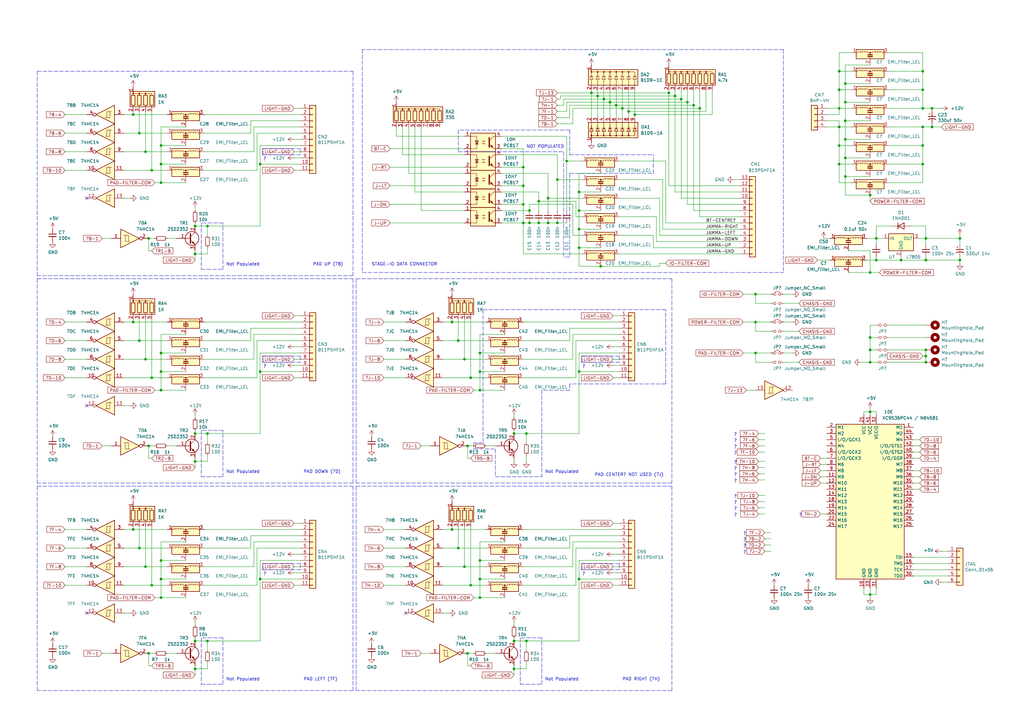
<source format=kicad_sch>
(kicad_sch (version 20211123) (generator eeschema)
  (paper "A3")
  (junction (at 210.82 262.89))
  (junction (at 379.73 97.79))
  (junction (at 344.17 44.45))
  (junction (at 246.38 109.22))
  (junction (at 344.17 29.21))
  (junction (at 85.09 177.8))
  (junction (at 228.6 73.66))
  (junction (at 287.02 44.45))
  (junction (at 62.23 154.94))
  (junction (at 356.87 148.59))
  (junction (at 185.42 217.17))
  (junction (at 54.61 46.99))
  (junction (at 60.96 182.88))
  (junction (at 242.57 38.1))
  (junction (at 57.15 139.7))
  (junction (at 196.85 245.11))
  (junction (at 106.68 67.31))
  (junction (at 80.01 104.14))
  (junction (at 215.9 177.8))
  (junction (at 85.09 262.89))
  (junction (at 346.71 72.39))
  (junction (at 80.01 189.23))
  (junction (at 60.96 267.97))
  (junction (at 80.01 92.71))
  (junction (at 378.46 67.31))
  (junction (at 62.23 240.03))
  (junction (at 66.04 237.49))
  (junction (at 66.04 144.78))
  (junction (at 80.01 177.8))
  (junction (at 378.46 44.45))
  (junction (at 106.68 237.49))
  (junction (at 80.01 274.32))
  (junction (at 356.87 111.76))
  (junction (at 237.49 237.49))
  (junction (at 393.7 97.79))
  (junction (at 346.71 41.91))
  (junction (at 245.11 39.37))
  (junction (at 66.04 160.02))
  (junction (at 255.27 44.45))
  (junction (at 237.49 78.74))
  (junction (at 57.15 224.79))
  (junction (at 60.96 97.79))
  (junction (at 344.17 36.83))
  (junction (at 247.65 40.64))
  (junction (at 309.88 120.65))
  (junction (at 190.5 147.32))
  (junction (at 309.88 132.08))
  (junction (at 378.46 52.07))
  (junction (at 309.88 144.78))
  (junction (at 359.41 97.79))
  (junction (at 279.4 40.64))
  (junction (at 80.01 262.89))
  (junction (at 66.04 152.4))
  (junction (at 185.42 132.08))
  (junction (at 257.81 45.72))
  (junction (at 59.69 147.32))
  (junction (at 284.48 43.18))
  (junction (at 54.61 132.08))
  (junction (at 232.41 66.04))
  (junction (at 214.63 68.58))
  (junction (at 220.98 91.44))
  (junction (at 346.71 34.29))
  (junction (at 66.04 59.69))
  (junction (at 356.87 168.91))
  (junction (at 66.04 74.93))
  (junction (at 382.27 44.45))
  (junction (at 54.61 217.17))
  (junction (at 59.69 62.23))
  (junction (at 187.96 224.79))
  (junction (at 369.57 106.68))
  (junction (at 276.86 39.37))
  (junction (at 214.63 91.44))
  (junction (at 224.79 81.28))
  (junction (at 193.04 154.94))
  (junction (at 382.27 52.07))
  (junction (at 237.49 101.6))
  (junction (at 274.32 38.1))
  (junction (at 214.63 83.82))
  (junction (at 187.96 139.7))
  (junction (at 346.71 49.53))
  (junction (at 196.85 144.78))
  (junction (at 66.04 67.31))
  (junction (at 66.04 245.11))
  (junction (at 191.77 267.97))
  (junction (at 378.46 36.83))
  (junction (at 356.87 243.84))
  (junction (at 196.85 152.4))
  (junction (at 356.87 143.51))
  (junction (at 237.49 93.98))
  (junction (at 214.63 76.2))
  (junction (at 379.73 146.05))
  (junction (at 62.23 69.85))
  (junction (at 210.82 274.32))
  (junction (at 196.85 237.49))
  (junction (at 224.79 91.44))
  (junction (at 193.04 240.03))
  (junction (at 217.17 91.44))
  (junction (at 237.49 86.36))
  (junction (at 356.87 138.43))
  (junction (at 217.17 86.36))
  (junction (at 66.04 229.87))
  (junction (at 359.41 106.68))
  (junction (at 378.46 59.69))
  (junction (at 344.17 59.69))
  (junction (at 344.17 67.31))
  (junction (at 237.49 152.4))
  (junction (at 346.71 64.77))
  (junction (at 220.98 82.55))
  (junction (at 260.35 46.99))
  (junction (at 190.5 232.41))
  (junction (at 196.85 229.87))
  (junction (at 59.69 232.41))
  (junction (at 106.68 152.4))
  (junction (at 252.73 43.18))
  (junction (at 346.71 57.15))
  (junction (at 344.17 52.07))
  (junction (at 378.46 29.21))
  (junction (at 85.09 92.71))
  (junction (at 379.73 148.59))
  (junction (at 57.15 54.61))
  (junction (at 228.6 91.44))
  (junction (at 379.73 143.51))
  (junction (at 281.94 41.91))
  (junction (at 250.19 41.91))
  (junction (at 215.9 262.89))
  (junction (at 393.7 106.68))
  (junction (at 191.77 182.88))
  (junction (at 379.73 106.68))
  (junction (at 210.82 177.8))
  (junction (at 196.85 160.02))
  (junction (at 356.87 80.01))
  (no_connect (at 166.37 251.46))
  (no_connect (at 35.56 166.37))
  (no_connect (at 35.56 251.46))
  (no_connect (at 35.56 81.28))
  (wire (pts (xy 377.19 97.79) (xy 379.73 97.79)))
  (wire (pts (xy 80.01 177.8) (xy 80.01 176.53)))
  (wire (pts (xy 214.63 139.7) (xy 233.68 139.7)))
  (wire (pts (xy 193.04 130.81) (xy 193.04 154.94)))
  (polyline (pts (xy 194.31 181.61) (xy 194.31 184.15)))
  (wire (pts (xy 274.32 76.2) (xy 274.32 38.1)))
  (wire (pts (xy 378.46 74.93) (xy 378.46 67.31)))
  (wire (pts (xy 356.87 167.64) (xy 356.87 168.91)))
  (wire (pts (xy 205.74 76.2) (xy 214.63 76.2)))
  (wire (pts (xy 276.86 78.74) (xy 276.86 39.37)))
  (wire (pts (xy 76.2 152.4) (xy 66.04 152.4)))
  (polyline (pts (xy 146.05 199.39) (xy 275.59 199.39)))
  (wire (pts (xy 356.87 243.84) (xy 354.33 243.84)))
  (wire (pts (xy 327.66 124.46) (xy 321.31 124.46)))
  (wire (pts (xy 106.68 67.31) (xy 123.19 67.31)))
  (wire (pts (xy 68.58 62.23) (xy 59.69 62.23)))
  (wire (pts (xy 80.01 274.32) (xy 80.01 276.86)))
  (wire (pts (xy 313.69 220.98) (xy 316.23 220.98)))
  (wire (pts (xy 339.09 44.45) (xy 344.17 44.45)))
  (wire (pts (xy 344.17 59.69) (xy 344.17 52.07)))
  (wire (pts (xy 215.9 262.89) (xy 215.9 266.7)))
  (wire (pts (xy 378.46 67.31) (xy 378.46 59.69)))
  (wire (pts (xy 373.38 92.71) (xy 379.73 92.71)))
  (wire (pts (xy 26.67 240.03) (xy 35.56 240.03)))
  (wire (pts (xy 359.41 92.71) (xy 359.41 97.79)))
  (polyline (pts (xy 107.95 60.96) (xy 123.19 60.96)))
  (wire (pts (xy 54.61 217.17) (xy 54.61 215.9)))
  (wire (pts (xy 234.95 222.25) (xy 254 222.25)))
  (wire (pts (xy 276.86 39.37) (xy 276.86 36.83)))
  (wire (pts (xy 356.87 148.59) (xy 356.87 143.51)))
  (wire (pts (xy 26.67 139.7) (xy 35.56 139.7)))
  (wire (pts (xy 196.85 160.02) (xy 207.01 160.02)))
  (wire (pts (xy 80.01 177.8) (xy 85.09 177.8)))
  (wire (pts (xy 157.48 232.41) (xy 166.37 232.41)))
  (wire (pts (xy 54.61 46.99) (xy 50.8 46.99)))
  (polyline (pts (xy 231.14 62.23) (xy 231.14 105.41)))
  (wire (pts (xy 123.19 129.54) (xy 120.65 129.54)))
  (wire (pts (xy 190.5 63.5) (xy 165.1 63.5)))
  (wire (pts (xy 66.04 144.78) (xy 66.04 152.4)))
  (polyline (pts (xy 107.95 63.5) (xy 107.95 60.96)))
  (wire (pts (xy 85.09 92.71) (xy 85.09 96.52)))
  (wire (pts (xy 68.58 232.41) (xy 59.69 232.41)))
  (wire (pts (xy 377.19 200.66) (xy 374.65 200.66)))
  (wire (pts (xy 233.68 43.18) (xy 233.68 48.26)))
  (polyline (pts (xy 233.68 53.34) (xy 233.68 63.5)))
  (wire (pts (xy 377.19 185.42) (xy 374.65 185.42)))
  (wire (pts (xy 123.19 147.32) (xy 120.65 147.32)))
  (wire (pts (xy 190.5 55.88) (xy 162.56 55.88)))
  (wire (pts (xy 349.25 29.21) (xy 344.17 29.21)))
  (polyline (pts (xy 15.24 114.3) (xy 15.24 198.12)))
  (polyline (pts (xy 91.44 280.67) (xy 91.44 261.62)))
  (wire (pts (xy 234.95 96.52) (xy 238.76 96.52)))
  (wire (pts (xy 194.31 245.11) (xy 196.85 245.11)))
  (wire (pts (xy 260.35 36.83) (xy 260.35 46.99)))
  (wire (pts (xy 378.46 52.07) (xy 378.46 59.69)))
  (wire (pts (xy 234.95 147.32) (xy 234.95 137.16)))
  (wire (pts (xy 106.68 262.89) (xy 106.68 237.49)))
  (wire (pts (xy 246.38 86.36) (xy 237.49 86.36)))
  (polyline (pts (xy 275.59 114.3) (xy 275.59 198.12)))
  (polyline (pts (xy 146.05 114.3) (xy 275.59 114.3)))
  (wire (pts (xy 54.61 46.99) (xy 54.61 45.72)))
  (wire (pts (xy 66.04 245.11) (xy 76.2 245.11)))
  (polyline (pts (xy 107.95 148.59) (xy 123.19 148.59)))
  (polyline (pts (xy 254 231.14) (xy 254 233.68)))
  (wire (pts (xy 356.87 138.43) (xy 356.87 133.35)))
  (wire (pts (xy 354.33 170.18) (xy 354.33 168.91)))
  (wire (pts (xy 344.17 36.83) (xy 344.17 44.45)))
  (wire (pts (xy 252.73 43.18) (xy 284.48 43.18)))
  (wire (pts (xy 360.68 111.76) (xy 356.87 111.76)))
  (wire (pts (xy 217.17 86.36) (xy 217.17 83.82)))
  (wire (pts (xy 196.85 137.16) (xy 196.85 144.78)))
  (wire (pts (xy 232.41 45.72) (xy 228.6 45.72)))
  (wire (pts (xy 123.19 214.63) (xy 120.65 214.63)))
  (wire (pts (xy 231.14 40.64) (xy 231.14 43.18)))
  (wire (pts (xy 215.9 274.32) (xy 215.9 271.78)))
  (wire (pts (xy 254 154.94) (xy 251.46 154.94)))
  (wire (pts (xy 378.46 29.21) (xy 364.49 29.21)))
  (wire (pts (xy 228.6 48.26) (xy 233.68 48.26)))
  (polyline (pts (xy 82.55 261.62) (xy 82.55 280.67)))
  (wire (pts (xy 157.48 147.32) (xy 166.37 147.32)))
  (polyline (pts (xy 275.59 198.12) (xy 146.05 198.12)))
  (wire (pts (xy 364.49 44.45) (xy 378.46 44.45)))
  (wire (pts (xy 246.38 78.74) (xy 237.49 78.74)))
  (wire (pts (xy 336.55 210.82) (xy 339.09 210.82)))
  (wire (pts (xy 303.53 83.82) (xy 281.94 83.82)))
  (wire (pts (xy 270.51 81.28) (xy 254 81.28)))
  (wire (pts (xy 311.15 182.88) (xy 313.69 182.88)))
  (wire (pts (xy 106.68 59.69) (xy 123.19 59.69)))
  (polyline (pts (xy 82.55 91.44) (xy 82.55 110.49)))
  (wire (pts (xy 80.01 262.89) (xy 80.01 261.62)))
  (wire (pts (xy 356.87 143.51) (xy 356.87 138.43)))
  (wire (pts (xy 207.01 222.25) (xy 196.85 222.25)))
  (wire (pts (xy 254 240.03) (xy 251.46 240.03)))
  (wire (pts (xy 250.19 36.83) (xy 250.19 41.91)))
  (polyline (pts (xy 144.78 29.21) (xy 144.78 113.03)))
  (wire (pts (xy 214.63 154.94) (xy 236.22 154.94)))
  (wire (pts (xy 165.1 63.5) (xy 165.1 52.07)))
  (wire (pts (xy 377.19 182.88) (xy 374.65 182.88)))
  (wire (pts (xy 304.8 120.65) (xy 309.88 120.65)))
  (wire (pts (xy 193.04 215.9) (xy 193.04 240.03)))
  (wire (pts (xy 273.05 66.04) (xy 273.05 91.44)))
  (wire (pts (xy 388.62 231.14) (xy 374.65 231.14)))
  (wire (pts (xy 26.67 62.23) (xy 35.56 62.23)))
  (wire (pts (xy 191.77 187.96) (xy 191.77 182.88)))
  (wire (pts (xy 355.6 97.79) (xy 359.41 97.79)))
  (wire (pts (xy 62.23 187.96) (xy 60.96 187.96)))
  (wire (pts (xy 309.88 135.89) (xy 309.88 132.08)))
  (wire (pts (xy 347.98 102.87) (xy 356.87 102.87)))
  (wire (pts (xy 181.61 240.03) (xy 193.04 240.03)))
  (polyline (pts (xy 198.12 181.61) (xy 194.31 181.61)))
  (wire (pts (xy 270.51 109.22) (xy 270.51 107.95)))
  (wire (pts (xy 172.72 267.97) (xy 176.53 267.97)))
  (wire (pts (xy 232.41 41.91) (xy 232.41 45.72)))
  (wire (pts (xy 316.23 124.46) (xy 309.88 124.46)))
  (wire (pts (xy 379.73 106.68) (xy 393.7 106.68)))
  (wire (pts (xy 85.09 262.89) (xy 106.68 262.89)))
  (wire (pts (xy 62.23 69.85) (xy 68.58 69.85)))
  (polyline (pts (xy 254 146.05) (xy 254 148.59)))
  (wire (pts (xy 160.02 91.44) (xy 190.5 91.44)))
  (polyline (pts (xy 123.19 60.96) (xy 123.19 63.5)))
  (wire (pts (xy 60.96 273.05) (xy 60.96 267.97)))
  (wire (pts (xy 364.49 21.59) (xy 378.46 21.59)))
  (wire (pts (xy 247.65 36.83) (xy 247.65 40.64)))
  (wire (pts (xy 104.14 147.32) (xy 104.14 137.16)))
  (polyline (pts (xy 148.59 111.76) (xy 321.31 111.76)))
  (polyline (pts (xy 15.24 114.3) (xy 144.78 114.3)))
  (wire (pts (xy 231.14 40.64) (xy 247.65 40.64)))
  (wire (pts (xy 26.67 147.32) (xy 35.56 147.32)))
  (wire (pts (xy 83.82 46.99) (xy 123.19 46.99)))
  (wire (pts (xy 379.73 146.05) (xy 379.73 148.59)))
  (wire (pts (xy 57.15 139.7) (xy 68.58 139.7)))
  (wire (pts (xy 196.85 245.11) (xy 207.01 245.11)))
  (wire (pts (xy 210.82 189.23) (xy 210.82 187.96)))
  (wire (pts (xy 105.41 240.03) (xy 105.41 224.79)))
  (polyline (pts (xy 91.44 195.58) (xy 91.44 176.53)))
  (wire (pts (xy 60.96 97.79) (xy 63.5 97.79)))
  (wire (pts (xy 378.46 59.69) (xy 364.49 59.69)))
  (wire (pts (xy 59.69 215.9) (xy 59.69 232.41)))
  (wire (pts (xy 237.49 262.89) (xy 237.49 237.49)))
  (wire (pts (xy 167.64 71.12) (xy 167.64 52.07)))
  (polyline (pts (xy 238.76 233.68) (xy 254 233.68)))
  (wire (pts (xy 236.22 82.55) (xy 236.22 88.9)))
  (wire (pts (xy 199.39 232.41) (xy 190.5 232.41)))
  (wire (pts (xy 246.38 101.6) (xy 237.49 101.6)))
  (wire (pts (xy 365.76 92.71) (xy 359.41 92.71)))
  (wire (pts (xy 300.99 73.66) (xy 303.53 73.66)))
  (wire (pts (xy 80.01 262.89) (xy 85.09 262.89)))
  (wire (pts (xy 50.8 240.03) (xy 62.23 240.03)))
  (polyline (pts (xy 82.55 176.53) (xy 82.55 195.58)))
  (wire (pts (xy 321.31 144.78) (xy 325.12 144.78)))
  (wire (pts (xy 356.87 245.11) (xy 356.87 243.84)))
  (wire (pts (xy 102.87 49.53) (xy 123.19 49.53)))
  (wire (pts (xy 242.57 38.1) (xy 274.32 38.1)))
  (wire (pts (xy 106.68 144.78) (xy 123.19 144.78)))
  (wire (pts (xy 60.96 187.96) (xy 60.96 182.88)))
  (wire (pts (xy 85.09 274.32) (xy 85.09 271.78)))
  (wire (pts (xy 214.63 217.17) (xy 254 217.17)))
  (polyline (pts (xy 238.76 148.59) (xy 254 148.59)))
  (wire (pts (xy 66.04 74.93) (xy 76.2 74.93)))
  (wire (pts (xy 170.18 78.74) (xy 170.18 52.07)))
  (wire (pts (xy 339.09 49.53) (xy 344.17 49.53)))
  (wire (pts (xy 356.87 49.53) (xy 346.71 49.53)))
  (wire (pts (xy 233.68 134.62) (xy 254 134.62)))
  (wire (pts (xy 207.01 137.16) (xy 196.85 137.16)))
  (wire (pts (xy 120.65 227.33) (xy 123.19 227.33)))
  (polyline (pts (xy 321.31 20.32) (xy 148.59 20.32)))
  (wire (pts (xy 205.74 83.82) (xy 214.63 83.82)))
  (wire (pts (xy 281.94 41.91) (xy 281.94 36.83)))
  (wire (pts (xy 104.14 232.41) (xy 104.14 222.25)))
  (wire (pts (xy 236.22 154.94) (xy 236.22 139.7)))
  (wire (pts (xy 356.87 41.91) (xy 346.71 41.91)))
  (wire (pts (xy 237.49 71.12) (xy 237.49 78.74)))
  (polyline (pts (xy 107.95 146.05) (xy 123.19 146.05)))
  (wire (pts (xy 234.95 232.41) (xy 234.95 222.25)))
  (wire (pts (xy 364.49 138.43) (xy 379.73 138.43)))
  (polyline (pts (xy 194.31 184.15) (xy 203.2 184.15)))
  (wire (pts (xy 257.81 36.83) (xy 257.81 45.72)))
  (wire (pts (xy 83.82 154.94) (xy 105.41 154.94)))
  (wire (pts (xy 80.01 189.23) (xy 80.01 191.77)))
  (wire (pts (xy 60.96 182.88) (xy 63.5 182.88)))
  (wire (pts (xy 80.01 255.27) (xy 80.01 256.54)))
  (wire (pts (xy 349.25 67.31) (xy 344.17 67.31)))
  (wire (pts (xy 339.09 198.12) (xy 336.55 198.12)))
  (wire (pts (xy 279.4 81.28) (xy 279.4 40.64)))
  (wire (pts (xy 196.85 237.49) (xy 196.85 245.11)))
  (polyline (pts (xy 107.95 233.68) (xy 107.95 231.14)))
  (wire (pts (xy 185.42 132.08) (xy 185.42 130.81)))
  (wire (pts (xy 356.87 80.01) (xy 356.87 82.55)))
  (wire (pts (xy 356.87 26.67) (xy 346.71 26.67)))
  (wire (pts (xy 316.23 148.59) (xy 309.88 148.59)))
  (wire (pts (xy 346.71 34.29) (xy 346.71 41.91)))
  (polyline (pts (xy 187.96 62.23) (xy 231.14 62.23)))
  (wire (pts (xy 327.66 148.59) (xy 321.31 148.59)))
  (wire (pts (xy 359.41 138.43) (xy 356.87 138.43)))
  (wire (pts (xy 238.76 88.9) (xy 236.22 88.9)))
  (wire (pts (xy 255.27 36.83) (xy 255.27 44.45)))
  (wire (pts (xy 210.82 255.27) (xy 210.82 256.54)))
  (wire (pts (xy 196.85 229.87) (xy 207.01 229.87)))
  (wire (pts (xy 346.71 26.67) (xy 346.71 34.29)))
  (polyline (pts (xy 198.12 127) (xy 198.12 181.61)))
  (polyline (pts (xy 15.24 29.21) (xy 15.24 113.03)))
  (wire (pts (xy 339.09 190.5) (xy 336.55 190.5)))
  (wire (pts (xy 191.77 182.88) (xy 194.31 182.88)))
  (wire (pts (xy 344.17 44.45) (xy 349.25 44.45)))
  (wire (pts (xy 289.56 45.72) (xy 289.56 36.83)))
  (wire (pts (xy 356.87 243.84) (xy 359.41 243.84)))
  (polyline (pts (xy 91.44 176.53) (xy 82.55 176.53)))
  (wire (pts (xy 377.19 187.96) (xy 374.65 187.96)))
  (wire (pts (xy 356.87 148.59) (xy 353.06 148.59)))
  (wire (pts (xy 104.14 222.25) (xy 123.19 222.25)))
  (wire (pts (xy 254 214.63) (xy 251.46 214.63)))
  (wire (pts (xy 220.98 82.55) (xy 236.22 82.55)))
  (wire (pts (xy 105.41 224.79) (xy 123.19 224.79)))
  (wire (pts (xy 50.8 62.23) (xy 59.69 62.23)))
  (polyline (pts (xy 146.05 114.3) (xy 146.05 198.12)))
  (wire (pts (xy 123.19 232.41) (xy 120.65 232.41)))
  (wire (pts (xy 210.82 274.32) (xy 215.9 274.32)))
  (wire (pts (xy 85.09 262.89) (xy 85.09 266.7)))
  (wire (pts (xy 172.72 86.36) (xy 172.72 52.07)))
  (wire (pts (xy 374.65 228.6) (xy 388.62 228.6)))
  (wire (pts (xy 120.65 57.15) (xy 123.19 57.15)))
  (wire (pts (xy 57.15 45.72) (xy 57.15 54.61)))
  (wire (pts (xy 215.9 189.23) (xy 215.9 186.69)))
  (wire (pts (xy 194.31 160.02) (xy 196.85 160.02)))
  (wire (pts (xy 270.51 96.52) (xy 270.51 81.28)))
  (wire (pts (xy 311.15 205.74) (xy 313.69 205.74)))
  (wire (pts (xy 254 147.32) (xy 251.46 147.32)))
  (polyline (pts (xy 275.59 199.39) (xy 275.59 283.21)))
  (wire (pts (xy 364.49 143.51) (xy 379.73 143.51)))
  (wire (pts (xy 60.96 267.97) (xy 63.5 267.97)))
  (wire (pts (xy 210.82 170.18) (xy 210.82 171.45)))
  (wire (pts (xy 309.88 124.46) (xy 309.88 120.65)))
  (wire (pts (xy 339.09 187.96) (xy 336.55 187.96)))
  (wire (pts (xy 344.17 29.21) (xy 344.17 36.83)))
  (polyline (pts (xy 123.19 146.05) (xy 123.19 148.59)))
  (polyline (pts (xy 233.68 53.34) (xy 187.96 53.34)))
  (wire (pts (xy 220.98 91.44) (xy 224.79 91.44)))
  (wire (pts (xy 242.57 38.1) (xy 242.57 48.26)))
  (wire (pts (xy 369.57 106.68) (xy 379.73 106.68)))
  (wire (pts (xy 187.96 139.7) (xy 199.39 139.7)))
  (wire (pts (xy 344.17 74.93) (xy 344.17 67.31)))
  (wire (pts (xy 303.53 88.9) (xy 287.02 88.9)))
  (wire (pts (xy 252.73 43.18) (xy 233.68 43.18)))
  (polyline (pts (xy 82.55 110.49) (xy 91.44 110.49)))
  (wire (pts (xy 190.5 215.9) (xy 190.5 232.41)))
  (wire (pts (xy 250.19 41.91) (xy 281.94 41.91)))
  (wire (pts (xy 316.23 144.78) (xy 309.88 144.78)))
  (wire (pts (xy 237.49 144.78) (xy 237.49 152.4)))
  (polyline (pts (xy 91.44 110.49) (xy 91.44 91.44)))
  (polyline (pts (xy 273.05 157.48) (xy 273.05 127)))
  (wire (pts (xy 105.41 139.7) (xy 123.19 139.7)))
  (wire (pts (xy 106.68 152.4) (xy 123.19 152.4)))
  (wire (pts (xy 210.82 177.8) (xy 210.82 176.53)))
  (wire (pts (xy 80.01 92.71) (xy 85.09 92.71)))
  (wire (pts (xy 321.31 132.08) (xy 325.12 132.08)))
  (wire (pts (xy 123.19 62.23) (xy 120.65 62.23)))
  (wire (pts (xy 190.5 78.74) (xy 170.18 78.74)))
  (wire (pts (xy 311.15 208.28) (xy 313.69 208.28)))
  (wire (pts (xy 59.69 130.81) (xy 59.69 147.32)))
  (wire (pts (xy 359.41 97.79) (xy 361.95 97.79)))
  (wire (pts (xy 68.58 147.32) (xy 59.69 147.32)))
  (wire (pts (xy 354.33 243.84) (xy 354.33 241.3)))
  (wire (pts (xy 215.9 262.89) (xy 237.49 262.89)))
  (wire (pts (xy 191.77 267.97) (xy 194.31 267.97)))
  (polyline (pts (xy 203.2 195.58) (xy 222.25 195.58)))
  (wire (pts (xy 254 73.66) (xy 271.78 73.66)))
  (wire (pts (xy 220.98 78.74) (xy 220.98 82.55)))
  (polyline (pts (xy 107.95 231.14) (xy 123.19 231.14)))
  (wire (pts (xy 66.04 52.07) (xy 66.04 59.69)))
  (wire (pts (xy 303.53 76.2) (xy 274.32 76.2)))
  (wire (pts (xy 250.19 48.26) (xy 250.19 41.91)))
  (wire (pts (xy 162.56 55.88) (xy 162.56 52.07)))
  (wire (pts (xy 214.63 132.08) (xy 254 132.08)))
  (wire (pts (xy 364.49 74.93) (xy 378.46 74.93)))
  (wire (pts (xy 378.46 44.45) (xy 382.27 44.45)))
  (wire (pts (xy 57.15 54.61) (xy 50.8 54.61)))
  (wire (pts (xy 66.04 152.4) (xy 66.04 160.02)))
  (wire (pts (xy 237.49 229.87) (xy 254 229.87)))
  (wire (pts (xy 313.69 223.52) (xy 316.23 223.52)))
  (wire (pts (xy 273.05 91.44) (xy 303.53 91.44)))
  (wire (pts (xy 255.27 44.45) (xy 234.95 44.45)))
  (wire (pts (xy 181.61 154.94) (xy 193.04 154.94)))
  (wire (pts (xy 190.5 130.81) (xy 190.5 147.32)))
  (wire (pts (xy 254 104.14) (xy 303.53 104.14)))
  (wire (pts (xy 229.87 40.64) (xy 228.6 40.64)))
  (wire (pts (xy 157.48 154.94) (xy 166.37 154.94)))
  (wire (pts (xy 181.61 147.32) (xy 190.5 147.32)))
  (wire (pts (xy 229.87 39.37) (xy 229.87 40.64)))
  (wire (pts (xy 306.07 160.02) (xy 309.88 160.02)))
  (wire (pts (xy 106.68 144.78) (xy 106.68 152.4)))
  (wire (pts (xy 228.6 63.5) (xy 228.6 73.66)))
  (wire (pts (xy 245.11 36.83) (xy 245.11 39.37)))
  (wire (pts (xy 236.22 139.7) (xy 254 139.7)))
  (wire (pts (xy 66.04 160.02) (xy 76.2 160.02)))
  (wire (pts (xy 50.8 69.85) (xy 62.23 69.85)))
  (wire (pts (xy 85.09 274.32) (xy 80.01 274.32)))
  (wire (pts (xy 354.33 168.91) (xy 356.87 168.91)))
  (wire (pts (xy 260.35 46.99) (xy 292.1 46.99)))
  (wire (pts (xy 355.6 106.68) (xy 359.41 106.68)))
  (wire (pts (xy 233.68 219.71) (xy 233.68 224.79)))
  (wire (pts (xy 80.01 92.71) (xy 80.01 91.44)))
  (wire (pts (xy 237.49 109.22) (xy 246.38 109.22)))
  (wire (pts (xy 393.7 96.52) (xy 393.7 97.79)))
  (polyline (pts (xy 273.05 127) (xy 198.12 127)))
  (polyline (pts (xy 238.76 148.59) (xy 238.76 146.05)))
  (wire (pts (xy 76.2 237.49) (xy 66.04 237.49)))
  (wire (pts (xy 379.73 105.41) (xy 379.73 106.68)))
  (wire (pts (xy 50.8 232.41) (xy 59.69 232.41)))
  (wire (pts (xy 234.95 44.45) (xy 234.95 50.8)))
  (wire (pts (xy 303.53 86.36) (xy 284.48 86.36)))
  (wire (pts (xy 234.95 83.82) (xy 234.95 96.52)))
  (wire (pts (xy 190.5 71.12) (xy 167.64 71.12)))
  (polyline (pts (xy 233.68 105.41) (xy 231.14 105.41)))
  (wire (pts (xy 309.88 148.59) (xy 309.88 144.78)))
  (wire (pts (xy 120.65 149.86) (xy 123.19 149.86)))
  (wire (pts (xy 246.38 93.98) (xy 237.49 93.98)))
  (wire (pts (xy 53.34 81.28) (xy 50.8 81.28)))
  (wire (pts (xy 106.68 59.69) (xy 106.68 67.31)))
  (wire (pts (xy 80.01 85.09) (xy 80.01 86.36)))
  (wire (pts (xy 193.04 187.96) (xy 191.77 187.96)))
  (wire (pts (xy 214.63 91.44) (xy 214.63 104.14)))
  (wire (pts (xy 26.67 46.99) (xy 35.56 46.99)))
  (wire (pts (xy 271.78 73.66) (xy 271.78 93.98)))
  (wire (pts (xy 356.87 111.76) (xy 347.98 111.76)))
  (wire (pts (xy 193.04 273.05) (xy 191.77 273.05)))
  (wire (pts (xy 50.8 147.32) (xy 59.69 147.32)))
  (wire (pts (xy 257.81 48.26) (xy 257.81 45.72)))
  (wire (pts (xy 374.65 233.68) (xy 388.62 233.68)))
  (wire (pts (xy 260.35 48.26) (xy 260.35 46.99)))
  (wire (pts (xy 214.63 83.82) (xy 214.63 76.2)))
  (wire (pts (xy 26.67 224.79) (xy 35.56 224.79)))
  (wire (pts (xy 382.27 45.72) (xy 382.27 44.45)))
  (wire (pts (xy 311.15 191.77) (xy 313.69 191.77)))
  (wire (pts (xy 386.08 238.76) (xy 388.62 238.76)))
  (wire (pts (xy 205.74 78.74) (xy 220.98 78.74)))
  (wire (pts (xy 378.46 146.05) (xy 379.73 146.05)))
  (wire (pts (xy 172.72 182.88) (xy 176.53 182.88)))
  (wire (pts (xy 304.8 144.78) (xy 309.88 144.78)))
  (wire (pts (xy 359.41 168.91) (xy 356.87 168.91)))
  (wire (pts (xy 359.41 143.51) (xy 356.87 143.51)))
  (wire (pts (xy 66.04 237.49) (xy 66.04 245.11)))
  (wire (pts (xy 205.74 68.58) (xy 214.63 68.58)))
  (polyline (pts (xy 144.78 113.03) (xy 15.24 113.03)))
  (wire (pts (xy 196.85 144.78) (xy 207.01 144.78)))
  (wire (pts (xy 344.17 46.99) (xy 344.17 44.45)))
  (wire (pts (xy 303.53 78.74) (xy 276.86 78.74)))
  (wire (pts (xy 210.82 273.05) (xy 210.82 274.32)))
  (wire (pts (xy 205.74 91.44) (xy 214.63 91.44)))
  (wire (pts (xy 378.46 21.59) (xy 378.46 29.21)))
  (wire (pts (xy 185.42 132.08) (xy 181.61 132.08)))
  (wire (pts (xy 83.82 62.23) (xy 104.14 62.23)))
  (wire (pts (xy 187.96 224.79) (xy 181.61 224.79)))
  (wire (pts (xy 234.95 137.16) (xy 254 137.16)))
  (wire (pts (xy 205.74 63.5) (xy 228.6 63.5)))
  (wire (pts (xy 83.82 132.08) (xy 123.19 132.08)))
  (wire (pts (xy 104.14 137.16) (xy 123.19 137.16)))
  (wire (pts (xy 187.96 224.79) (xy 199.39 224.79)))
  (wire (pts (xy 26.67 69.85) (xy 35.56 69.85)))
  (wire (pts (xy 62.23 102.87) (xy 60.96 102.87)))
  (wire (pts (xy 316.23 120.65) (xy 309.88 120.65)))
  (wire (pts (xy 377.19 193.04) (xy 374.65 193.04)))
  (polyline (pts (xy 233.68 71.12) (xy 233.68 105.41)))
  (wire (pts (xy 379.73 92.71) (xy 379.73 97.79)))
  (wire (pts (xy 83.82 232.41) (xy 104.14 232.41)))
  (polyline (pts (xy 275.59 283.21) (xy 146.05 283.21)))
  (wire (pts (xy 83.82 139.7) (xy 102.87 139.7)))
  (wire (pts (xy 66.04 137.16) (xy 66.04 144.78)))
  (wire (pts (xy 102.87 219.71) (xy 123.19 219.71)))
  (wire (pts (xy 80.01 273.05) (xy 80.01 274.32)))
  (wire (pts (xy 68.58 97.79) (xy 72.39 97.79)))
  (wire (pts (xy 311.15 189.23) (xy 313.69 189.23)))
  (wire (pts (xy 60.96 102.87) (xy 60.96 97.79)))
  (wire (pts (xy 123.19 44.45) (xy 120.65 44.45)))
  (wire (pts (xy 102.87 134.62) (xy 102.87 139.7)))
  (wire (pts (xy 76.2 67.31) (xy 66.04 67.31)))
  (wire (pts (xy 255.27 48.26) (xy 255.27 44.45)))
  (wire (pts (xy 102.87 49.53) (xy 102.87 54.61)))
  (wire (pts (xy 327.66 135.89) (xy 321.31 135.89)))
  (wire (pts (xy 68.58 267.97) (xy 72.39 267.97)))
  (wire (pts (xy 311.15 203.2) (xy 313.69 203.2)))
  (wire (pts (xy 85.09 104.14) (xy 85.09 101.6)))
  (wire (pts (xy 349.25 59.69) (xy 344.17 59.69)))
  (wire (pts (xy 185.42 217.17) (xy 181.61 217.17)))
  (wire (pts (xy 388.62 236.22) (xy 374.65 236.22)))
  (wire (pts (xy 62.23 215.9) (xy 62.23 240.03)))
  (wire (pts (xy 232.41 66.04) (xy 238.76 66.04)))
  (wire (pts (xy 254 232.41) (xy 251.46 232.41)))
  (wire (pts (xy 53.34 166.37) (xy 50.8 166.37)))
  (wire (pts (xy 157.48 132.08) (xy 166.37 132.08)))
  (wire (pts (xy 83.82 69.85) (xy 105.41 69.85)))
  (wire (pts (xy 359.41 148.59) (xy 356.87 148.59)))
  (wire (pts (xy 246.38 71.12) (xy 237.49 71.12)))
  (polyline (pts (xy 144.78 114.3) (xy 144.78 198.12)))
  (wire (pts (xy 359.41 106.68) (xy 369.57 106.68)))
  (wire (pts (xy 205.74 86.36) (xy 217.17 86.36)))
  (wire (pts (xy 356.87 243.84) (xy 356.87 241.3)))
  (wire (pts (xy 196.85 144.78) (xy 196.85 152.4)))
  (wire (pts (xy 224.79 86.36) (xy 224.79 81.28)))
  (wire (pts (xy 311.15 185.42) (xy 313.69 185.42)))
  (wire (pts (xy 26.67 54.61) (xy 35.56 54.61)))
  (wire (pts (xy 215.9 177.8) (xy 237.49 177.8)))
  (wire (pts (xy 269.24 99.06) (xy 269.24 88.9)))
  (wire (pts (xy 232.41 55.88) (xy 232.41 66.04)))
  (wire (pts (xy 236.22 240.03) (xy 236.22 224.79)))
  (wire (pts (xy 393.7 107.95) (xy 393.7 106.68)))
  (wire (pts (xy 344.17 67.31) (xy 344.17 59.69)))
  (wire (pts (xy 237.49 229.87) (xy 237.49 237.49)))
  (wire (pts (xy 346.71 64.77) (xy 346.71 72.39)))
  (wire (pts (xy 340.36 97.79) (xy 337.82 97.79)))
  (wire (pts (xy 339.09 195.58) (xy 336.55 195.58)))
  (wire (pts (xy 210.82 177.8) (xy 215.9 177.8)))
  (wire (pts (xy 321.31 120.65) (xy 325.12 120.65)))
  (wire (pts (xy 102.87 219.71) (xy 102.87 224.79)))
  (wire (pts (xy 215.9 177.8) (xy 215.9 181.61)))
  (polyline (pts (xy 238.76 233.68) (xy 238.76 231.14)))
  (wire (pts (xy 106.68 92.71) (xy 106.68 67.31)))
  (polyline (pts (xy 267.97 71.12) (xy 267.97 63.5)))
  (wire (pts (xy 224.79 81.28) (xy 224.79 71.12)))
  (wire (pts (xy 157.48 217.17) (xy 166.37 217.17)))
  (wire (pts (xy 228.6 73.66) (xy 238.76 73.66)))
  (wire (pts (xy 80.01 189.23) (xy 85.09 189.23)))
  (polyline (pts (xy 148.59 20.32) (xy 148.59 111.76)))
  (wire (pts (xy 267.97 96.52) (xy 254 96.52)))
  (polyline (pts (xy 144.78 283.21) (xy 15.24 283.21)))
  (wire (pts (xy 83.82 224.79) (xy 102.87 224.79)))
  (wire (pts (xy 54.61 132.08) (xy 68.58 132.08)))
  (wire (pts (xy 207.01 237.49) (xy 196.85 237.49)))
  (wire (pts (xy 346.71 49.53) (xy 346.71 57.15)))
  (wire (pts (xy 236.22 224.79) (xy 254 224.79)))
  (wire (pts (xy 335.28 106.68) (xy 340.36 106.68)))
  (wire (pts (xy 393.7 97.79) (xy 393.7 100.33)))
  (wire (pts (xy 377.19 195.58) (xy 374.65 195.58)))
  (wire (pts (xy 377.19 180.34) (xy 374.65 180.34)))
  (polyline (pts (xy 146.05 199.39) (xy 146.05 283.21)))
  (wire (pts (xy 185.42 132.08) (xy 199.39 132.08)))
  (wire (pts (xy 123.19 240.03) (xy 120.65 240.03)))
  (wire (pts (xy 217.17 83.82) (xy 234.95 83.82)))
  (wire (pts (xy 62.23 273.05) (xy 60.96 273.05)))
  (wire (pts (xy 251.46 227.33) (xy 254 227.33)))
  (wire (pts (xy 210.82 274.32) (xy 210.82 276.86)))
  (polyline (pts (xy 238.76 146.05) (xy 254 146.05)))
  (wire (pts (xy 53.34 251.46) (xy 50.8 251.46)))
  (wire (pts (xy 57.15 215.9) (xy 57.15 224.79)))
  (wire (pts (xy 184.15 251.46) (xy 181.61 251.46)))
  (wire (pts (xy 185.42 217.17) (xy 185.42 215.9)))
  (wire (pts (xy 269.24 88.9) (xy 254 88.9)))
  (wire (pts (xy 193.04 154.94) (xy 199.39 154.94)))
  (wire (pts (xy 359.41 105.41) (xy 359.41 106.68)))
  (wire (pts (xy 214.63 91.44) (xy 214.63 83.82)))
  (wire (pts (xy 228.6 91.44) (xy 232.41 91.44)))
  (wire (pts (xy 359.41 170.18) (xy 359.41 168.91)))
  (wire (pts (xy 191.77 273.05) (xy 191.77 267.97)))
  (polyline (pts (xy 233.68 157.48) (xy 233.68 160.02)))
  (wire (pts (xy 364.49 67.31) (xy 378.46 67.31)))
  (wire (pts (xy 364.49 148.59) (xy 379.73 148.59)))
  (wire (pts (xy 50.8 154.94) (xy 62.23 154.94)))
  (wire (pts (xy 339.09 193.04) (xy 336.55 193.04)))
  (polyline (pts (xy 15.24 199.39) (xy 15.24 283.21)))
  (polyline (pts (xy 123.19 231.14) (xy 123.19 233.68)))
  (wire (pts (xy 311.15 196.85) (xy 313.69 196.85)))
  (wire (pts (xy 210.82 262.89) (xy 215.9 262.89)))
  (wire (pts (xy 356.87 72.39) (xy 346.71 72.39)))
  (wire (pts (xy 231.14 43.18) (xy 228.6 43.18)))
  (wire (pts (xy 316.23 132.08) (xy 309.88 132.08)))
  (wire (pts (xy 220.98 82.55) (xy 220.98 86.36)))
  (wire (pts (xy 63.5 160.02) (xy 66.04 160.02)))
  (wire (pts (xy 26.67 217.17) (xy 35.56 217.17)))
  (wire (pts (xy 85.09 177.8) (xy 106.68 177.8)))
  (polyline (pts (xy 273.05 157.48) (xy 233.68 157.48)))
  (wire (pts (xy 364.49 36.83) (xy 378.46 36.83)))
  (wire (pts (xy 228.6 38.1) (xy 242.57 38.1)))
  (wire (pts (xy 224.79 71.12) (xy 205.74 71.12)))
  (wire (pts (xy 224.79 91.44) (xy 228.6 91.44)))
  (wire (pts (xy 267.97 101.6) (xy 303.53 101.6)))
  (wire (pts (xy 237.49 237.49) (xy 254 237.49)))
  (polyline (pts (xy 233.68 71.12) (xy 267.97 71.12)))
  (wire (pts (xy 26.67 154.94) (xy 35.56 154.94)))
  (wire (pts (xy 346.71 41.91) (xy 346.71 49.53)))
  (wire (pts (xy 199.39 147.32) (xy 190.5 147.32)))
  (wire (pts (xy 160.02 60.96) (xy 190.5 60.96)))
  (wire (pts (xy 346.71 57.15) (xy 346.71 64.77)))
  (wire (pts (xy 386.08 52.07) (xy 382.27 52.07)))
  (wire (pts (xy 270.51 107.95) (xy 273.05 107.95)))
  (wire (pts (xy 214.63 147.32) (xy 234.95 147.32)))
  (wire (pts (xy 254 66.04) (xy 273.05 66.04)))
  (wire (pts (xy 62.23 45.72) (xy 62.23 69.85)))
  (wire (pts (xy 157.48 139.7) (xy 166.37 139.7)))
  (wire (pts (xy 251.46 149.86) (xy 254 149.86)))
  (wire (pts (xy 105.41 54.61) (xy 123.19 54.61)))
  (wire (pts (xy 160.02 68.58) (xy 190.5 68.58)))
  (polyline (pts (xy 82.55 280.67) (xy 91.44 280.67)))
  (wire (pts (xy 251.46 234.95) (xy 254 234.95)))
  (wire (pts (xy 274.32 38.1) (xy 274.32 36.83)))
  (wire (pts (xy 287.02 88.9) (xy 287.02 44.45)))
  (wire (pts (xy 344.17 49.53) (xy 344.17 52.07)))
  (wire (pts (xy 217.17 91.44) (xy 220.98 91.44)))
  (polyline (pts (xy 144.78 199.39) (xy 144.78 283.21)))
  (wire (pts (xy 281.94 83.82) (xy 281.94 41.91)))
  (wire (pts (xy 247.65 48.26) (xy 247.65 40.64)))
  (wire (pts (xy 57.15 139.7) (xy 50.8 139.7)))
  (wire (pts (xy 187.96 215.9) (xy 187.96 224.79)))
  (wire (pts (xy 233.68 134.62) (xy 233.68 139.7)))
  (wire (pts (xy 185.42 217.17) (xy 199.39 217.17)))
  (wire (pts (xy 214.63 240.03) (xy 236.22 240.03)))
  (wire (pts (xy 62.23 130.81) (xy 62.23 154.94)))
  (wire (pts (xy 54.61 217.17) (xy 50.8 217.17)))
  (wire (pts (xy 57.15 224.79) (xy 50.8 224.79)))
  (wire (pts (xy 311.15 210.82) (xy 313.69 210.82)))
  (wire (pts (xy 105.41 154.94) (xy 105.41 139.7)))
  (polyline (pts (xy 187.96 53.34) (xy 187.96 62.23)))
  (wire (pts (xy 378.46 36.83) (xy 378.46 29.21)))
  (wire (pts (xy 57.15 224.79) (xy 68.58 224.79)))
  (polyline (pts (xy 91.44 261.62) (xy 82.55 261.62)))
  (wire (pts (xy 245.11 48.26) (xy 245.11 39.37)))
  (wire (pts (xy 356.87 34.29) (xy 346.71 34.29)))
  (wire (pts (xy 66.04 229.87) (xy 76.2 229.87)))
  (wire (pts (xy 339.09 52.07) (xy 344.17 52.07)))
  (wire (pts (xy 356.87 102.87) (xy 356.87 111.76)))
  (wire (pts (xy 224.79 81.28) (xy 238.76 81.28)))
  (wire (pts (xy 237.49 152.4) (xy 254 152.4)))
  (wire (pts (xy 83.82 240.03) (xy 105.41 240.03)))
  (wire (pts (xy 83.82 54.61) (xy 102.87 54.61)))
  (wire (pts (xy 76.2 222.25) (xy 66.04 222.25)))
  (wire (pts (xy 196.85 152.4) (xy 196.85 160.02)))
  (wire (pts (xy 54.61 132.08) (xy 54.61 130.81)))
  (wire (pts (xy 292.1 46.99) (xy 292.1 36.83)))
  (wire (pts (xy 120.65 234.95) (xy 123.19 234.95)))
  (wire (pts (xy 284.48 43.18) (xy 284.48 36.83)))
  (wire (pts (xy 393.7 106.68) (xy 393.7 105.41)))
  (wire (pts (xy 386.08 226.06) (xy 388.62 226.06)))
  (wire (pts (xy 287.02 44.45) (xy 287.02 36.83)))
  (wire (pts (xy 59.69 45.72) (xy 59.69 62.23)))
  (wire (pts (xy 237.49 93.98) (xy 237.49 101.6)))
  (wire (pts (xy 210.82 262.89) (xy 210.82 261.62)))
  (wire (pts (xy 68.58 182.88) (xy 72.39 182.88)))
  (polyline (pts (xy 15.24 29.21) (xy 144.78 29.21)))
  (wire (pts (xy 257.81 45.72) (xy 289.56 45.72)))
  (wire (pts (xy 237.49 144.78) (xy 254 144.78)))
  (wire (pts (xy 359.41 100.33) (xy 359.41 97.79)))
  (wire (pts (xy 26.67 132.08) (xy 35.56 132.08)))
  (wire (pts (xy 214.63 232.41) (xy 234.95 232.41)))
  (wire (pts (xy 196.85 222.25) (xy 196.85 229.87)))
  (wire (pts (xy 66.04 59.69) (xy 76.2 59.69)))
  (wire (pts (xy 83.82 147.32) (xy 104.14 147.32)))
  (wire (pts (xy 316.23 135.89) (xy 309.88 135.89)))
  (wire (pts (xy 339.09 46.99) (xy 344.17 46.99)))
  (wire (pts (xy 106.68 229.87) (xy 123.19 229.87)))
  (wire (pts (xy 356.87 57.15) (xy 346.71 57.15)))
  (polyline (pts (xy 238.76 231.14) (xy 254 231.14)))
  (wire (pts (xy 359.41 243.84) (xy 359.41 241.3)))
  (wire (pts (xy 356.87 64.77) (xy 346.71 64.77)))
  (wire (pts (xy 284.48 86.36) (xy 284.48 43.18)))
  (wire (pts (xy 157.48 224.79) (xy 166.37 224.79)))
  (wire (pts (xy 349.25 74.93) (xy 344.17 74.93)))
  (polyline (pts (xy 222.25 160.02) (xy 222.25 195.58)))
  (wire (pts (xy 83.82 217.17) (xy 123.19 217.17)))
  (wire (pts (xy 102.87 134.62) (xy 123.19 134.62)))
  (wire (pts (xy 269.24 99.06) (xy 303.53 99.06)))
  (polyline (pts (xy 233.68 160.02) (xy 222.25 160.02)))
  (wire (pts (xy 303.53 81.28) (xy 279.4 81.28)))
  (wire (pts (xy 251.46 142.24) (xy 254 142.24)))
  (polyline (pts (xy 222.25 280.67) (xy 222.25 261.62)))
  (wire (pts (xy 207.01 152.4) (xy 196.85 152.4)))
  (wire (pts (xy 214.63 60.96) (xy 205.74 60.96)))
  (wire (pts (xy 54.61 132.08) (xy 50.8 132.08)))
  (wire (pts (xy 386.08 44.45) (xy 382.27 44.45)))
  (wire (pts (xy 85.09 189.23) (xy 85.09 186.69)))
  (wire (pts (xy 364.49 133.35) (xy 379.73 133.35)))
  (wire (pts (xy 228.6 50.8) (xy 234.95 50.8)))
  (wire (pts (xy 80.01 170.18) (xy 80.01 171.45)))
  (wire (pts (xy 349.25 21.59) (xy 344.17 21.59)))
  (wire (pts (xy 199.39 267.97) (xy 203.2 267.97)))
  (wire (pts (xy 106.68 229.87) (xy 106.68 237.49)))
  (wire (pts (xy 237.49 101.6) (xy 237.49 109.22)))
  (polyline (pts (xy 213.36 261.62) (xy 213.36 280.67)))
  (wire (pts (xy 187.96 139.7) (xy 181.61 139.7)))
  (wire (pts (xy 85.09 92.71) (xy 106.68 92.71)))
  (wire (pts (xy 304.8 132.08) (xy 309.88 132.08)))
  (wire (pts (xy 346.71 80.01) (xy 356.87 80.01)))
  (wire (pts (xy 255.27 44.45) (xy 287.02 44.45)))
  (polyline (pts (xy 213.36 280.67) (xy 222.25 280.67)))
  (wire (pts (xy 66.04 229.87) (xy 66.04 237.49)))
  (wire (pts (xy 237.49 86.36) (xy 237.49 93.98)))
  (wire (pts (xy 199.39 182.88) (xy 203.2 182.88)))
  (wire (pts (xy 205.74 55.88) (xy 232.41 55.88)))
  (wire (pts (xy 344.17 21.59) (xy 344.17 29.21)))
  (wire (pts (xy 237.49 177.8) (xy 237.49 152.4)))
  (wire (pts (xy 378.46 44.45) (xy 378.46 36.83)))
  (wire (pts (xy 66.04 67.31) (xy 66.04 74.93)))
  (wire (pts (xy 193.04 240.03) (xy 199.39 240.03)))
  (wire (pts (xy 57.15 130.81) (xy 57.15 139.7)))
  (wire (pts (xy 356.87 133.35) (xy 359.41 133.35)))
  (wire (pts (xy 242.57 36.83) (xy 242.57 38.1)))
  (wire (pts (xy 66.04 222.25) (xy 66.04 229.87)))
  (wire (pts (xy 270.51 96.52) (xy 303.53 96.52)))
  (wire (pts (xy 377.19 198.12) (xy 374.65 198.12)))
  (wire (pts (xy 187.96 130.81) (xy 187.96 139.7)))
  (polyline (pts (xy 144.78 198.12) (xy 15.24 198.12)))
  (wire (pts (xy 356.87 168.91) (xy 356.87 170.18)))
  (polyline (pts (xy 222.25 261.62) (xy 213.36 261.62)))
  (polyline (pts (xy 233.68 63.5) (xy 267.97 63.5)))
  (polyline (pts (xy 91.44 91.44) (xy 82.55 91.44)))
  (wire (pts (xy 106.68 237.49) (xy 123.19 237.49)))
  (wire (pts (xy 54.61 217.17) (xy 68.58 217.17)))
  (polyline (pts (xy 203.2 184.15) (xy 203.2 195.58)))
  (polyline (pts (xy 107.95 148.59) (xy 107.95 146.05)))
  (wire (pts (xy 181.61 232.41) (xy 190.5 232.41)))
  (wire (pts (xy 379.73 143.51) (xy 379.73 146.05)))
  (wire (pts (xy 62.23 154.94) (xy 68.58 154.94)))
  (wire (pts (xy 349.25 36.83) (xy 344.17 36.83)))
  (wire (pts (xy 247.65 40.64) (xy 279.4 40.64)))
  (wire (pts (xy 364.49 52.07) (xy 378.46 52.07)))
  (wire (pts (xy 190.5 86.36) (xy 172.72 86.36)))
  (wire (pts (xy 85.09 177.8) (xy 85.09 181.61)))
  (wire (pts (xy 233.68 219.71) (xy 254 219.71)))
  (wire (pts (xy 76.2 52.07) (xy 66.04 52.07)))
  (wire (pts (xy 237.49 78.74) (xy 237.49 86.36)))
  (wire (pts (xy 160.02 83.82) (xy 190.5 83.82)))
  (wire (pts (xy 120.65 64.77) (xy 123.19 64.77)))
  (wire (pts (xy 228.6 73.66) (xy 228.6 86.36)))
  (wire (pts (xy 80.01 187.96) (xy 80.01 189.23)))
  (polyline (pts (xy 107.95 233.68) (xy 123.19 233.68)))
  (wire (pts (xy 382.27 52.07) (xy 378.46 52.07)))
  (wire (pts (xy 214.63 224.79) (xy 233.68 224.79)))
  (wire (pts (xy 63.5 245.11) (xy 66.04 245.11)))
  (wire (pts (xy 41.91 97.79) (xy 45.72 97.79)))
  (wire (pts (xy 62.23 240.03) (xy 68.58 240.03)))
  (polyline (pts (xy 15.24 199.39) (xy 144.78 199.39)))
  (wire (pts (xy 41.91 182.88) (xy 45.72 182.88)))
  (wire (pts (xy 313.69 226.06) (xy 316.23 226.06)))
  (wire (pts (xy 66.04 144.78) (xy 76.2 144.78)))
  (wire (pts (xy 66.04 59.69) (xy 66.04 67.31)))
  (wire (pts (xy 214.63 76.2) (xy 214.63 68.58)))
  (wire (pts (xy 254 129.54) (xy 251.46 129.54)))
  (wire (pts (xy 369.57 105.41) (xy 369.57 106.68)))
  (wire (pts (xy 246.38 109.22) (xy 270.51 109.22)))
  (wire (pts (xy 196.85 229.87) (xy 196.85 237.49)))
  (wire (pts (xy 267.97 101.6) (xy 267.97 96.52)))
  (wire (pts (xy 311.15 194.31) (xy 313.69 194.31)))
  (wire (pts (xy 250.19 41.91) (xy 232.41 41.91)))
  (wire (pts (xy 123.19 69.85) (xy 120.65 69.85)))
  (wire (pts (xy 214.63 91.44) (xy 217.17 91.44)))
  (wire (pts (xy 313.69 218.44) (xy 316.23 218.44)))
  (wire (pts (xy 120.65 142.24) (xy 123.19 142.24)))
  (wire (pts (xy 214.63 68.58) (xy 214.63 60.96)))
  (wire (pts (xy 57.15 54.61) (xy 68.58 54.61)))
  (wire (pts (xy 379.73 97.79) (xy 379.73 100.33)))
  (wire (pts (xy 232.41 66.04) (xy 232.41 86.36)))
  (wire (pts (xy 63.5 74.93) (xy 66.04 74.93)))
  (wire (pts (xy 160.02 76.2) (xy 190.5 76.2)))
  (wire (pts (xy 104.14 52.07) (xy 123.19 52.07)))
  (wire (pts (xy 344.17 52.07) (xy 349.25 52.07)))
  (wire (pts (xy 311.15 177.8) (xy 313.69 177.8)))
  (wire (pts (xy 229.87 39.37) (xy 245.11 39.37)))
  (polyline (pts (xy 321.31 20.32) (xy 321.31 111.76)))
  (wire (pts (xy 80.01 104.14) (xy 80.01 106.68)))
  (wire (pts (xy 311.15 180.34) (xy 313.69 180.34)))
  (wire (pts (xy 123.19 154.94) (xy 120.65 154.94)))
  (wire (pts (xy 214.63 104.14) (xy 238.76 104.14)))
  (wire (pts (xy 104.14 62.23) (xy 104.14 52.07)))
  (wire (pts (xy 26.67 232.41) (xy 35.56 232.41)))
  (wire (pts (xy 271.78 93.98) (xy 303.53 93.98)))
  (wire (pts (xy 379.73 97.79) (xy 393.7 97.79)))
  (wire (pts (xy 80.01 102.87) (xy 80.01 104.14)))
  (wire (pts (xy 41.91 267.97) (xy 45.72 267.97)))
  (wire (pts (xy 252.73 36.83) (xy 252.73 43.18)))
  (wire (pts (xy 279.4 40.64) (xy 279.4 36.83)))
  (wire (pts (xy 346.71 72.39) (xy 346.71 80.01)))
  (wire (pts (xy 252.73 48.26) (xy 252.73 43.18)))
  (wire (pts (xy 54.61 46.99) (xy 68.58 46.99)))
  (wire (pts (xy 76.2 137.16) (xy 66.04 137.16)))
  (polyline (pts (xy 107.95 63.5) (xy 123.19 63.5)))
  (wire (pts (xy 105.41 69.85) (xy 105.41 54.61)))
  (polyline (pts (xy 82.55 195.58) (xy 91.44 195.58)))
  (wire (pts (xy 382.27 52.07) (xy 382.27 50.8)))
  (wire (pts (xy 80.01 104.14) (xy 85.09 104.14)))
  (wire (pts (xy 245.11 39.37) (xy 276.86 39.37)))
  (wire (pts (xy 157.48 240.03) (xy 166.37 240.03)))
  (wire (pts (xy 106.68 177.8) (xy 106.68 152.4)))
  (text "STAGE-IO DATA CONNECTOR" (at 152.4 109.22 0) (effects (font (size 1.27 1.27)) (justify left bottom)))
  (text "Not Populated" (at 223.52 194.31 0) (effects (font (size 1.27 1.27)) (justify left bottom)))
  (text "?" (at 107.95 236.22 0) (effects (font (size 1.27 1.27)) (justify left bottom)))
  (text "?" (at 304.8 224.79 0) (effects (font (size 1.27 1.27)) (justify left bottom)))
  (text "Not Populated" (at 92.71 279.4 0) (effects (font (size 1.27 1.27)) (justify left bottom)))
  (text "Not Populated" (at 223.52 279.4 0) (effects (font (size 1.27 1.27)) (justify left bottom)))
  (text "?" (at 238.76 236.22 0) (effects (font (size 1.27 1.27)) (justify left bottom)))
  (text "?" (at 300.99 181.61 0) (effects (font (size 1.27 1.27)) (justify left bottom)))
  (text "Not Populated" (at 92.71 194.31 0) (effects (font (size 1.27 1.27)) (justify left bottom)))
  (text "?" (at 107.95 151.13 0) (effects (font (size 1.27 1.27)) (justify left bottom)))
  (text "?" (at 304.8 219.71 0) (effects (font (size 1.27 1.27)) (justify left bottom)))
  (text "Not Populated" (at 92.71 109.22 0) (effects (font (size 1.27 1.27)) (justify left bottom)))
  (text "?" (at 327.66 212.09 0) (effects (font (size 1.27 1.27)) (justify left bottom)))
  (text "?" (at 300.99 193.04 0) (effects (font (size 1.27 1.27)) (justify left bottom)))
  (text "?" (at 302.26 179.07 180) (effects (font (size 1.27 1.27)) (justify right bottom)))
  (text "?" (at 238.76 151.13 0) (effects (font (size 1.27 1.27)) (justify left bottom)))
  (text "PAD DOWN (7D)" (at 124.46 194.31 0) (effects (font (size 1.27 1.27)) (justify left bottom)))
  (text "?" (at 300.99 184.15 0) (effects (font (size 1.27 1.27)) (justify left bottom)))
  (text "PAD CENTER? NOT USED (7J)" (at 243.84 195.58 0) (effects (font (size 1.27 1.27)) (justify left bottom)))
  (text "NOT POPULATED" (at 215.9 60.96 0) (effects (font (size 1.27 1.27)) (justify left bottom)))
  (text "?" (at 300.99 186.69 0) (effects (font (size 1.27 1.27)) (justify left bottom)))
  (text "?" (at 300.99 209.55 0) (effects (font (size 1.27 1.27)) (justify left bottom)))
  (text "PAD LEFT (7F)" (at 124.46 279.4 0) (effects (font (size 1.27 1.27)) (justify left bottom)))
  (text "PAD UP (7B)" (at 128.27 109.22 0) (effects (font (size 1.27 1.27)) (justify left bottom)))
  (text "?" (at 300.99 212.09 0) (effects (font (size 1.27 1.27)) (justify left bottom)))
  (text "?" (at 302.26 190.5 180) (effects (font (size 1.27 1.27)) (justify right bottom)))
  (text "?" (at 107.95 66.04 0) (effects (font (size 1.27 1.27)) (justify left bottom)))
  (text "?" (at 300.99 207.01 0) (effects (font (size 1.27 1.27)) (justify left bottom)))
  (text "?" (at 300.99 198.12 0) (effects (font (size 1.27 1.27)) (justify left bottom)))
  (text "?" (at 302.26 204.47 180) (effects (font (size 1.27 1.27)) (justify right bottom)))
  (text "?" (at 304.8 227.33 0) (effects (font (size 1.27 1.27)) (justify left bottom)))
  (text "PAD RIGHT (7H)" (at 255.27 279.4 0) (effects (font (size 1.27 1.27)) (justify left bottom)))
  (text "?" (at 300.99 195.58 0) (effects (font (size 1.27 1.27)) (justify left bottom)))
  (text "?" (at 304.8 222.25 0) (effects (font (size 1.27 1.27)) (justify left bottom)))
  (label "JAMMA-DOWN" (at 289.56 99.06 0))
  (label "BT-CENTRE?" (at 289.56 91.44 0))
  (label "JAMMA-LEFT" (at 289.56 96.52 0))
  (label "JAMMA-RIGHT" (at 289.56 93.98 0))
  (label "JAMMA-UP" (at 289.56 101.6 0))
  (label "JAMMA-GND" (at 289.56 104.14 0))
  (global_label "LIGHT-GND" (shape input) (at 120.65 69.85 180) (property "Intersheet References" "${INTERSHEET_REFS}" (effects hide)))
  (global_label "LIGHT-GND" (shape input) (at 120.65 129.54 180) (property "Intersheet References" "${INTERSHEET_REFS}" (effects hide)))
  (global_label "7J-1" (shape input) (at 228.6 40.64 180) (property "Intersheet References" "${INTERSHEET_REFS}" (effects hide)))
  (global_label "TR3-B" (shape input) (at 62.23 273.05 0) (property "Intersheet References" "${INTERSHEET_REFS}" (effects hide)))
  (global_label "7J-2" (shape input) (at 313.69 226.06 180) (property "Intersheet References" "${INTERSHEET_REFS}" (effects hide)))
  (global_label "7F-4" (shape input) (at 311.15 177.8 180) (property "Intersheet References" "${INTERSHEET_REFS}" (effects hide)))
  (global_label "7D-6" (shape input) (at 26.67 139.7 180) (property "Intersheet References" "${INTERSHEET_REFS}" (effects hide)))
  (global_label "7F-10" (shape input) (at 26.67 240.03 180) (property "Intersheet References" "${INTERSHEET_REFS}" (effects hide)))
  (global_label "7F-2" (shape input) (at 313.69 218.44 180) (property "Intersheet References" "${INTERSHEET_REFS}" (effects hide)))
  (global_label "J-RT" (shape input) (at 160.02 68.58 180) (property "Intersheet References" "${INTERSHEET_REFS}" (effects hide)))
  (global_label "CHASIS-GND" (shape input) (at 378.46 146.05 180) (property "Intersheet References" "${INTERSHEET_REFS}" (effects hide)))
  (global_label "7H-6" (shape input) (at 311.15 194.31 180) (property "Intersheet References" "${INTERSHEET_REFS}" (effects hide)))
  (global_label "7D-6" (shape input) (at 377.19 185.42 0) (property "Intersheet References" "${INTERSHEET_REFS}" (effects hide)))
  (global_label "TR5-B" (shape input) (at 193.04 187.96 0) (property "Intersheet References" "${INTERSHEET_REFS}" (effects hide)))
  (global_label "LIGHT-GND" (shape input) (at 120.65 44.45 180) (property "Intersheet References" "${INTERSHEET_REFS}" (effects hide)))
  (global_label "LIGHT-GND" (shape input) (at 80.01 191.77 180) (property "Intersheet References" "${INTERSHEET_REFS}" (effects hide)))
  (global_label "7B-2" (shape input) (at 313.69 220.98 180) (property "Intersheet References" "${INTERSHEET_REFS}" (effects hide)))
  (global_label "POWER-FILTER-COM" (shape input) (at 360.68 111.76 0) (property "Intersheet References" "${INTERSHEET_REFS}" (effects hide)))
  (global_label "7H-2" (shape input) (at 336.55 210.82 180) (property "Intersheet References" "${INTERSHEET_REFS}" (effects hide)))
  (global_label "J-LT" (shape input) (at 160.02 76.2 180) (property "Intersheet References" "${INTERSHEET_REFS}" (effects hide)))
  (global_label "7H-10" (shape input) (at 311.15 189.23 180) (property "Intersheet References" "${INTERSHEET_REFS}" (effects hide)))
  (global_label "IO-FILTER-COM" (shape input) (at 304.8 120.65 180) (property "Intersheet References" "${INTERSHEET_REFS}" (effects hide)))
  (global_label "LIGHT-GND" (shape input) (at 120.65 62.23 180) (property "Intersheet References" "${INTERSHEET_REFS}" (effects hide)))
  (global_label "7F-8" (shape input) (at 26.67 232.41 180) (property "Intersheet References" "${INTERSHEET_REFS}" (effects hide)))
  (global_label "J-UP" (shape input) (at 160.02 91.44 180) (property "Intersheet References" "${INTERSHEET_REFS}" (effects hide)))
  (global_label "IO-FILTER-COM" (shape input) (at 273.05 107.95 0) (property "Intersheet References" "${INTERSHEET_REFS}" (effects hide)))
  (global_label "7J-10" (shape input) (at 311.15 203.2 180) (property "Intersheet References" "${INTERSHEET_REFS}" (effects hide)))
  (global_label "7J-4" (shape input) (at 157.48 132.08 180) (property "Intersheet References" "${INTERSHEET_REFS}" (effects hide)))
  (global_label "7D-2" (shape input) (at 313.69 223.52 180) (property "Intersheet References" "${INTERSHEET_REFS}" (effects hide)))
  (global_label "LIGHT-GND" (shape input) (at 120.65 232.41 180) (property "Intersheet References" "${INTERSHEET_REFS}" (effects hide)))
  (global_label "7H-4" (shape input) (at 311.15 196.85 180) (property "Intersheet References" "${INTERSHEET_REFS}" (effects hide)))
  (global_label "LIGHT-GND" (shape input) (at 80.01 106.68 180) (property "Intersheet References" "${INTERSHEET_REFS}" (effects hide)))
  (global_label "LIGHT-GND" (shape input) (at 251.46 240.03 180) (property "Intersheet References" "${INTERSHEET_REFS}" (effects hide)))
  (global_label "7F-8" (shape input) (at 311.15 182.88 180) (property "Intersheet References" "${INTERSHEET_REFS}" (effects hide)))
  (global_label "7J-4" (shape input) (at 311.15 210.82 180) (property "Intersheet References" "${INTERSHEET_REFS}" (effects hide)))
  (global_label "LIGHT-GND" (shape input) (at 120.65 214.63 180) (property "Intersheet References" "${INTERSHEET_REFS}" (effects hide)))
  (global_label "POWER-FILTER-COM" (shape input) (at 356.87 82.55 0) (property "Intersheet References" "${INTERSHEET_REFS}" (effects hide)))
  (global_label "7J-10" (shape input) (at 157.48 154.94 180) (property "Intersheet References" "${INTERSHEET_REFS}" (effects hide)))
  (global_label "7J-13" (shape input) (at 228.6 38.1 180) (property "Intersheet References" "${INTERSHEET_REFS}" (effects hide)))
  (global_label "7B-6" (shape input) (at 377.19 198.12 0) (property "Intersheet References" "${INTERSHEET_REFS}" (effects hide)))
  (global_label "7H-4" (shape input) (at 157.48 217.17 180) (property "Intersheet References" "${INTERSHEET_REFS}" (effects hide)))
  (global_label "LIGHT-GND" (shape input) (at 120.65 154.94 180) (property "Intersheet References" "${INTERSHEET_REFS}" (effects hide)))
  (global_label "LIGHT-GND" (shape input) (at 120.65 240.03 180) (property "Intersheet References" "${INTERSHEET_REFS}" (effects hide)))
  (global_label "7H-1" (shape input) (at 172.72 267.97 180) (property "Intersheet References" "${INTERSHEET_REFS}" (effects hide)))
  (global_label "7F-10" (shape input) (at 311.15 185.42 180) (property "Intersheet References" "${INTERSHEET_REFS}" (effects hide)))
  (global_label "J-DN" (shape input) (at 160.02 83.82 180) (property "Intersheet References" "${INTERSHEET_REFS}" (effects hide)))
  (global_label "LIGHT-GND" (shape input) (at 251.46 214.63 180) (property "Intersheet References" "${INTERSHEET_REFS}" (effects hide)))
  (global_label "7B-6" (shape input) (at 26.67 54.61 180) (property "Intersheet References" "${INTERSHEET_REFS}" (effects hide)))
  (global_label "7H-1" (shape input) (at 228.6 43.18 180) (property "Intersheet References" "${INTERSHEET_REFS}" (effects hide)))
  (global_label "7J-8" (shape input) (at 157.48 147.32 180) (property "Intersheet References" "${INTERSHEET_REFS}" (effects hide)))
  (global_label "PAD-FILTER-COM" (shape input) (at 63.5 245.11 180) (property "Intersheet References" "${INTERSHEET_REFS}" (effects hide)))
  (global_label "TR4-B" (shape input) (at 193.04 273.05 0) (property "Intersheet References" "${INTERSHEET_REFS}" (effects hide)))
  (global_label "7J-6" (shape input) (at 157.48 139.7 180) (property "Intersheet References" "${INTERSHEET_REFS}" (effects hide)))
  (global_label "LIGHT-GND" (shape input) (at 120.65 147.32 180) (property "Intersheet References" "${INTERSHEET_REFS}" (effects hide)))
  (global_label "CHASIS-GND" (shape input) (at 327.66 135.89 0) (property "Intersheet References" "${INTERSHEET_REFS}" (effects hide)))
  (global_label "7B-10" (shape input) (at 377.19 193.04 0) (property "Intersheet References" "${INTERSHEET_REFS}" (effects hide)))
  (global_label "7B-8" (shape input) (at 377.19 195.58 0) (property "Intersheet References" "${INTERSHEET_REFS}" (effects hide)))
  (global_label "7D-8" (shape input) (at 26.67 147.32 180) (property "Intersheet References" "${INTERSHEET_REFS}" (effects hide)))
  (global_label "PAD-FILTER-COM" (shape input) (at 304.8 144.78 180) (property "Intersheet References" "${INTERSHEET_REFS}" (effects hide)))
  (global_label "7B-1" (shape input) (at 41.91 97.79 180) (property "Intersheet References" "${INTERSHEET_REFS}" (effects hide)))
  (global_label "LIGHT-GND" (shape input) (at 251.46 154.94 180) (property "Intersheet References" "${INTERSHEET_REFS}" (effects hide)))
  (global_label "7J-1" (shape input) (at 172.72 182.88 180) (property "Intersheet References" "${INTERSHEET_REFS}" (effects hide)))
  (global_label "7B-1" (shape input) (at 228.6 50.8 180) (property "Intersheet References" "${INTERSHEET_REFS}" (effects hide)))
  (global_label "7D-1" (shape input) (at 41.91 182.88 180) (property "Intersheet References" "${INTERSHEET_REFS}" (effects hide)))
  (global_label "7B-4" (shape input) (at 377.19 200.66 0) (property "Intersheet References" "${INTERSHEET_REFS}" (effects hide)))
  (global_label "CHASIS-GND" (shape input) (at 327.66 148.59 0) (property "Intersheet References" "${INTERSHEET_REFS}" (effects hide)))
  (global_label "J-UP" (shape input) (at 336.55 198.12 180) (property "Intersheet References" "${INTERSHEET_REFS}" (effects hide)))
  (global_label "BT-C" (shape input) (at 160.02 60.96 180) (property "Intersheet References" "${INTERSHEET_REFS}" (effects hide)))
  (global_label "TR1-B" (shape input) (at 62.23 102.87 0) (property "Intersheet References" "${INTERSHEET_REFS}" (effects hide)))
  (global_label "7F-6" (shape input) (at 26.67 224.79 180) (property "Intersheet References" "${INTERSHEET_REFS}" (effects hide)))
  (global_label "CHASIS-GND" (shape input) (at 327.66 124.46 0) (property "Intersheet References" "${INTERSHEET_REFS}" (effects hide)))
  (global_label "7F-6" (shape input) (at 311.15 180.34 180) (property "Intersheet References" "${INTERSHEET_REFS}" (effects hide)))
  (global_label "7J-8" (shape input) (at 311.15 205.74 180) (property "Intersheet References" "${INTERSHEET_REFS}" (effects hide)))
  (global_label "J-RT" (shape input) (at 336.55 190.5 180) (property "Intersheet References" "${INTERSHEET_REFS}" (effects hide)))
  (global_label "7H-8" (shape input) (at 311.15 191.77 180) (property "Intersheet References" "${INTERSHEET_REFS}" (effects hide)))
  (global_label "7H-8" (shape input) (at 157.48 232.41 180) (property "Intersheet References" "${INTERSHEET_REFS}" (effects hide)))
  (global_label "LIGHT-GND" (shape input) (at 80.01 276.86 180) (property "Intersheet References" "${INTERSHEET_REFS}" (effects hide)))
  (global_label "7B-8" (shape input) (at 26.67 62.23 180) (property "Intersheet References" "${INTERSHEET_REFS}" (effects hide)))
  (global_label "7D-10" (shape input) (at 377.19 180.34 0) (property "Intersheet References" "${INTERSHEET_REFS}" (effects hide)))
  (global_label "BT-C" (shape input) (at 336.55 187.96 180) (property "Intersheet References" "${INTERSHEET_REFS}" (effects hide)))
  (global_label "7B-4" (shape input) (at 26.67 46.99 180) (property "Intersheet References" "${INTERSHEET_REFS}" (effects hide)))
  (global_label "7D-4" (shape input) (at 377.19 187.96 0) (property "Intersheet References" "${INTERSHEET_REFS}" (effects hide)))
  (global_label "7F-1" (shape input) (at 41.91 267.97 180) (property "Intersheet References" "${INTERSHEET_REFS}" (effects hide)))
  (global_label "7H-6" (shape input) (at 157.48 224.79 180) (property "Intersheet References" "${INTERSHEET_REFS}" (effects hide)))
  (global_label "POWER-FILTER-COM" (shape input) (at 304.8 132.08 180) (property "Intersheet References" "${INTERSHEET_REFS}" (effects hide)))
  (global_label "LIGHT-GND" (shape input) (at 386.08 52.07 0) (property "Intersheet References" "${INTERSHEET_REFS}" (effects hide)))
  (global_label "LIGHT-GND" (shape input) (at 210.82 276.86 180) (property "Intersheet References" "${INTERSHEET_REFS}" (effects hide)))
  (global_label "7F-4" (shape input) (at 26.67 217.17 180) (property "Intersheet References" "${INTERSHEET_REFS}" (effects hide)))
  (global_label "LIGHT-GND" (shape input) (at 251.46 129.54 180) (property "Intersheet References" "${INTERSHEET_REFS}" (effects hide)))
  (global_label "7D-8" (shape input) (at 377.19 182.88 0) (property "Intersheet References" "${INTERSHEET_REFS}" (effects hide)))
  (global_label "7J-6" (shape input) (at 311.15 208.28 180) (property "Intersheet References" "${INTERSHEET_REFS}" (effects hide)))
  (global_label "LIGHT-GND" (shape input) (at 251.46 232.41 180) (property "Intersheet References" "${INTERSHEET_REFS}" (effects hide)))
  (global_label "7D-4" (shape input) (at 26.67 132.08 180) (property "Intersheet References" "${INTERSHEET_REFS}" (effects hide)))
  (global_label "PAD-FILTER-COM" (shape input) (at 63.5 74.93 180) (property "Intersheet References" "${INTERSHEET_REFS}" (effects hide)))
  (global_label "7B-10" (shape input) (at 26.67 69.85 180) (property "Intersheet References" "${INTERSHEET_REFS}" (effects hide)))
  (global_label "PAD-FILTER-COM" (shape input) (at 194.31 160.02 180) (property "Intersheet References" "${INTERSHEET_REFS}" (effects hide)))
  (global_label "PAD-FILTER-COM" (shape input) (at 63.5 160.02 180) (property "Intersheet References" "${INTERSHEET_REFS}" (effects hide)))
  (global_label "PAD-FILTER-COM" (shape input) (at 194.31 245.11 180) (property "Intersheet References" "${INTERSHEET_REFS}" (effects hide)))
  (global_label "TR2-B" (shape input) (at 62.23 187.96 0) (property "Intersheet References" "${INTERSHEET_REFS}" (effects hide)))
  (global_label "7F-1" (shape input) (at 228.6 45.72 180) (property "Intersheet References" "${INTERSHEET_REFS}" (effects hide)))
  (global_label "7J-13" (shape input) (at 306.07 160.02 180) (property "Intersheet References" "${INTERSHEET_REFS}" (effects hide)))
  (global_label "7D-10" (shape input) (at 26.67 154.94 180) (property "Intersheet References" "${INTERSHEET_REFS}" (effects hide)))
  (global_label "7H-10" (shape input) (at 157.48 240.03 180) (property "Intersheet References" "${INTERSHEET_REFS}" (effects hide)))
  (global_label "J-DN" (shape input) (at 336.55 195.58 180) (property "Intersheet References" "${INTERSHEET_REFS}" (effects hide)))
  (global_label "7D-1" (shape input) (at 228.6 48.26 180) (property "Intersheet References" "${INTERSHEET_REFS}" (effects hide)))
  (global_label "J-LF" (shape input) (at 336.55 193.04 180) (property "Intersheet References" "${INTERSHEET_REFS}" (effects hide)))
  (global_label "LIGHT-GND" (shape input) (at 335.28 106.68 180) (property "Intersheet References" "${INTERSHEET_REFS}" (effects hide)))
  (global_label "LIGHT-GND" (shape input) (at 251.46 147.32 180) (property "Intersheet References" "${INTERSHEET_REFS}" (effects hide)))
  (symbol (lib_id "Connector_Generic:Conn_01x11") (at 128.27 57.15 0) (unit 1)
    (property "Reference" "CN2" (at 130.302 56.0832 0) (effects (justify left)))
    (property "Value" "B11PSHF1A" (at 130.302 58.3946 0) (effects (justify left)))
    (property "Footprint" "Connector_JST:JST_NH_B11P_SHD" (effects hide))
  )
  (symbol (lib_id "GN845-PWB-rescue:2SD2352-Transistor_BJT") (at 77.47 97.79 0) (unit 1)
    (property "Reference" "TR1" (at 73.66 91.44 0) (effects (justify left)))
    (property "Value" "2SD2352" (at 68.58 93.98 0) (effects (justify left)))
    (property "Footprint" "Package_TO_SOT_THT:TO-220-3_Horizontal_TabDown" (effects hide))
  )
  (symbol (lib_id "74xx:74HC14") (at 53.34 97.79 0) (mirror x) (unit 1)
    (property "Reference" "7B" (at 58.42 91.44 0))
    (property "Value" "74HC14" (at 59.69 93.98 0))
    (property "Footprint" "Package_DIP:DIP-14_W7.62mm" (effects hide))
    (property "Datasheet" "http://www.ti.com/lit/gpn/sn74HC14" (effects hide))
  )
  (symbol (lib_id "74xx:74HC14") (at 43.18 46.99 180) (unit 2)
    (property "Reference" "7B" (at 29.21 43.18 0))
    (property "Value" "74HC14" (at 36.83 43.18 0))
    (property "Footprint" "Package_DIP:DIP-14_W7.62mm" (effects hide))
    (property "Datasheet" "http://www.ti.com/lit/gpn/sn74HC14" (effects hide))
  )
  (symbol (lib_id "74xx:74HC14") (at 43.18 54.61 180) (unit 3)
    (property "Reference" "7B" (at 29.21 50.8 0))
    (property "Value" "74HC14" (at 36.83 50.8 0))
    (property "Footprint" "Package_DIP:DIP-14_W7.62mm" (effects hide))
    (property "Datasheet" "http://www.ti.com/lit/gpn/sn74HC14" (effects hide))
  )
  (symbol (lib_id "74xx:74HC14") (at 43.18 62.23 180) (unit 4)
    (property "Reference" "7B" (at 29.21 58.42 0))
    (property "Value" "74HC14" (at 36.83 58.42 0))
    (property "Footprint" "Package_DIP:DIP-14_W7.62mm" (effects hide))
    (property "Datasheet" "http://www.ti.com/lit/gpn/sn74HC14" (effects hide))
  )
  (symbol (lib_id "74xx:74HC14") (at 43.18 69.85 180) (unit 5)
    (property "Reference" "7B" (at 29.21 66.04 0))
    (property "Value" "74HC14" (at 36.83 66.04 0))
    (property "Footprint" "Package_DIP:DIP-14_W7.62mm" (effects hide))
    (property "Datasheet" "http://www.ti.com/lit/gpn/sn74HC14" (effects hide))
  )
  (symbol (lib_id "74xx:74HC14") (at 43.18 81.28 180) (unit 6)
    (property "Reference" "7B" (at 29.21 77.47 0))
    (property "Value" "74HC14" (at 36.83 77.47 0))
    (property "Footprint" "Package_DIP:DIP-14_W7.62mm" (effects hide))
    (property "Datasheet" "http://www.ti.com/lit/gpn/sn74HC14" (effects hide))
  )
  (symbol (lib_id "GN845-PWB-rescue:EMI_Filter_LCL-Device") (at 76.2 49.53 0) (unit 1)
    (property "Reference" "C28" (at 83.82 50.8 0))
    (property "Value" "EMI_Filter_LCL" (at 95.25 50.8 0))
    (property "Footprint" "Connector_PinSocket_2.54mm:PinSocket_1x03_P2.54mm_Vertical" (effects hide))
    (property "Datasheet" "http://www.murata.com/~/media/webrenewal/support/library/catalog/products/emc/emifil/c31e.ashx?la=en-gb" (effects hide))
  )
  (symbol (lib_id "GN845-PWB-rescue:EMI_Filter_LCL-Device") (at 76.2 57.15 0) (unit 1)
    (property "Reference" "C29" (at 83.82 58.42 0))
    (property "Value" "EMI_Filter_LCL" (at 95.25 58.42 0))
    (property "Footprint" "Connector_PinSocket_2.54mm:PinSocket_1x03_P2.54mm_Vertical" (effects hide))
    (property "Datasheet" "http://www.murata.com/~/media/webrenewal/support/library/catalog/products/emc/emifil/c31e.ashx?la=en-gb" (effects hide))
  )
  (symbol (lib_id "Device:R_Small") (at 80.01 88.9 0) (unit 1)
    (property "Reference" "R20" (at 81.5086 87.7316 0) (effects (justify left)))
    (property "Value" "10k" (at 81.5086 90.043 0) (effects (justify left)))
    (property "Footprint" "Resistor_THT:R_Axial_DIN0204_L3.6mm_D1.6mm_P5.08mm_Vertical" (effects hide))
  )
  (symbol (lib_id "Device:R_Network04") (at 59.69 40.64 0) (unit 1)
    (property "Reference" "RA3" (at 64.77 39.37 0) (effects (justify left)))
    (property "Value" "1K" (at 64.77 41.91 0) (effects (justify left)))
    (property "Footprint" "Resistor_THT:R_Array_SIP5" (effects hide))
    (property "Datasheet" "http://www.vishay.com/docs/31509/csc.pdf" (effects hide))
  )
  (symbol (lib_id "Device:C_Small") (at 21.59 96.52 0) (unit 1)
    (property "Reference" "C7" (at 23.9268 95.3516 0) (effects (justify left)))
    (property "Value" "100n" (at 23.9268 97.663 0) (effects (justify left)))
    (property "Footprint" "Capacitor_THT:C_Axial_L3.8mm_D2.6mm_P10.00mm_Horizontal" (effects hide))
  )
  (symbol (lib_id "power:+12V") (at 120.65 64.77 90) (unit 1)
    (property "Reference" "#PWR?" (effects hide))
    (property "Value" "+12V" (at 116.84 64.77 90) (effects (justify left)))
  )
  (symbol (lib_id "power:+12V") (at 120.65 57.15 90) (unit 1)
    (property "Reference" "#PWR?" (effects hide))
    (property "Value" "+12V" (at 116.84 57.15 90) (effects (justify left)))
  )
  (symbol (lib_id "power:+12V") (at 80.01 85.09 0) (unit 1)
    (property "Reference" "#PWR?" (effects hide))
    (property "Value" "+12V" (at 77.47 81.28 0) (effects (justify left)))
  )
  (symbol (lib_id "Device:R_Small") (at 85.09 99.06 0) (unit 1)
    (property "Reference" "R31" (at 86.5886 97.8916 0) (effects (justify left)))
    (property "Value" "100" (at 86.5886 100.203 0) (effects (justify left)))
    (property "Footprint" "Resistor_THT:R_Axial_DIN0204_L3.6mm_D1.6mm_P5.08mm_Vertical" (effects hide))
  )
  (symbol (lib_id "Device:R_Small") (at 66.04 97.79 90) (unit 1)
    (property "Reference" "R19" (at 63.5 100.33 90))
    (property "Value" "1k" (at 68.58 100.33 90))
    (property "Footprint" "Resistor_THT:R_Axial_DIN0204_L3.6mm_D1.6mm_P5.08mm_Vertical" (effects hide))
  )
  (symbol (lib_id "GN845-PWB-rescue:EMI_Filter_LCL-Device") (at 76.2 64.77 0) (unit 1)
    (property "Reference" "C27" (at 83.82 66.04 0))
    (property "Value" "EMI_Filter_LCL" (at 95.25 66.04 0))
    (property "Footprint" "Connector_PinSocket_2.54mm:PinSocket_1x03_P2.54mm_Vertical" (effects hide))
    (property "Datasheet" "http://www.murata.com/~/media/webrenewal/support/library/catalog/products/emc/emifil/c31e.ashx?la=en-gb" (effects hide))
  )
  (symbol (lib_id "GN845-PWB-rescue:EMI_Filter_LCL-Device") (at 76.2 72.39 0) (unit 1)
    (property "Reference" "C27" (at 83.82 73.66 0))
    (property "Value" "EMI_Filter_LCL" (at 95.25 73.66 0))
    (property "Footprint" "Connector_PinSocket_2.54mm:PinSocket_1x03_P2.54mm_Vertical" (effects hide))
    (property "Datasheet" "http://www.murata.com/~/media/webrenewal/support/library/catalog/products/emc/emifil/c31e.ashx?la=en-gb" (effects hide))
  )
  (symbol (lib_id "power:+5V") (at 54.61 35.56 0) (unit 1)
    (property "Reference" "#PWR?" (effects hide))
    (property "Value" "+5V" (at 54.991 31.1658 0))
  )
  (symbol (lib_id "power:GND") (at 53.34 81.28 90) (unit 1)
    (property "Reference" "#PWR?" (effects hide))
    (property "Value" "GND" (at 57.15 81.28 90) (effects (justify right)))
  )
  (symbol (lib_id "power:+5V") (at 21.59 93.98 0) (unit 1)
    (property "Reference" "#PWR?" (effects hide))
    (property "Value" "+5V" (at 21.971 89.5858 0))
  )
  (symbol (lib_id "power:GND") (at 21.59 99.06 0) (unit 1)
    (property "Reference" "#PWR?" (effects hide))
    (property "Value" "GND" (at 21.717 103.4542 0))
  )
  (symbol (lib_id "CPLD_Xilinx:XC9536PC44") (at 356.87 205.74 0) (unit 1)
    (property "Reference" "10E" (at 364.49 168.91 0))
    (property "Value" "XC9536PC44 / N845B1" (at 373.38 171.45 0))
    (property "Footprint" "Package_LCC:PLCC-44" (effects hide))
    (property "Datasheet" "xilinx/xc9536.pdf" (effects hide))
  )
  (symbol (lib_id "power:+5V") (at 356.87 167.64 0) (unit 1)
    (property "Reference" "#PWR?" (effects hide))
    (property "Value" "+5V" (at 357.251 163.2458 0))
  )
  (symbol (lib_id "power:GND") (at 356.87 245.11 0) (unit 1)
    (property "Reference" "#PWR?" (effects hide))
    (property "Value" "GND" (at 356.997 249.5042 0))
  )
  (symbol (lib_id "Isolator:PC817") (at 198.12 58.42 0) (unit 1)
    (property "Reference" "10H" (at 209.55 57.15 0))
    (property "Value" "PC817" (at 209.55 59.69 0))
    (property "Footprint" "Package_DIP:DIP-4_W7.62mm" (effects hide))
    (property "Datasheet" "http://www.soselectronic.cz/a_info/resource/d/pc817.pdf" (effects hide))
  )
  (symbol (lib_id "Device:R_Network08") (at 172.72 46.99 0) (unit 1)
    (property "Reference" "RA2" (at 182.5752 45.8216 0) (effects (justify left)))
    (property "Value" "330" (at 182.5752 48.133 0) (effects (justify left)))
    (property "Footprint" "Resistor_THT:R_Array_SIP9" (effects hide))
    (property "Datasheet" "http://www.vishay.com/docs/31509/csc.pdf" (effects hide))
  )
  (symbol (lib_id "power:+5V") (at 162.56 41.91 0) (unit 1)
    (property "Reference" "#PWR?" (effects hide))
    (property "Value" "+5V" (at 162.941 37.5158 0))
  )
  (symbol (lib_id "Isolator:PC817") (at 198.12 66.04 0) (unit 1)
    (property "Reference" "10H?" (at 209.55 64.77 0))
    (property "Value" "PC817" (at 209.55 67.31 0))
    (property "Footprint" "Package_DIP:DIP-4_W7.62mm" (effects hide))
    (property "Datasheet" "http://www.soselectronic.cz/a_info/resource/d/pc817.pdf" (effects hide))
  )
  (symbol (lib_id "Isolator:PC817") (at 198.12 73.66 0) (unit 1)
    (property "Reference" "10H?" (at 209.55 72.39 0))
    (property "Value" "PC817" (at 209.55 74.93 0))
    (property "Footprint" "Package_DIP:DIP-4_W7.62mm" (effects hide))
    (property "Datasheet" "http://www.soselectronic.cz/a_info/resource/d/pc817.pdf" (effects hide))
  )
  (symbol (lib_id "Isolator:PC817") (at 198.12 81.28 0) (unit 1)
    (property "Reference" "10H?" (at 209.55 80.01 0))
    (property "Value" "PC817" (at 209.55 82.55 0))
    (property "Footprint" "Package_DIP:DIP-4_W7.62mm" (effects hide))
    (property "Datasheet" "http://www.soselectronic.cz/a_info/resource/d/pc817.pdf" (effects hide))
  )
  (symbol (lib_id "Isolator:PC817") (at 198.12 88.9 0) (unit 1)
    (property "Reference" "10H?" (at 209.55 87.63 0))
    (property "Value" "PC817" (at 209.55 90.17 0))
    (property "Footprint" "Package_DIP:DIP-4_W7.62mm" (effects hide))
    (property "Datasheet" "http://www.soselectronic.cz/a_info/resource/d/pc817.pdf" (effects hide))
  )
  (symbol (lib_id "Device:C_Small") (at 232.41 88.9 0) (unit 1)
    (property "Reference" "C11" (at 232.41 102.87 90) (effects (justify left)))
    (property "Value" "100n" (at 232.41 97.79 90) (effects (justify left)))
    (property "Footprint" "Capacitor_THT:C_Axial_L3.8mm_D2.6mm_P10.00mm_Horizontal" (effects hide))
  )
  (symbol (lib_id "Device:C_Small") (at 228.6 88.9 0) (unit 1)
    (property "Reference" "C12" (at 228.6 102.87 90) (effects (justify left)))
    (property "Value" "100n" (at 228.6 97.79 90) (effects (justify left)))
    (property "Footprint" "Capacitor_THT:C_Axial_L3.8mm_D2.6mm_P10.00mm_Horizontal" (effects hide))
  )
  (symbol (lib_id "Device:C_Small") (at 224.79 88.9 0) (unit 1)
    (property "Reference" "C13" (at 224.79 102.87 90) (effects (justify left)))
    (property "Value" "100n" (at 224.79 97.79 90) (effects (justify left)))
    (property "Footprint" "Capacitor_THT:C_Axial_L3.8mm_D2.6mm_P10.00mm_Horizontal" (effects hide))
  )
  (symbol (lib_id "Device:C_Small") (at 220.98 88.9 0) (unit 1)
    (property "Reference" "C14" (at 220.98 102.87 90) (effects (justify left)))
    (property "Value" "100n" (at 220.98 97.79 90) (effects (justify left)))
    (property "Footprint" "Capacitor_THT:C_Axial_L3.8mm_D2.6mm_P10.00mm_Horizontal" (effects hide))
  )
  (symbol (lib_id "Device:C_Small") (at 217.17 88.9 0) (unit 1)
    (property "Reference" "C15" (at 217.17 102.87 90) (effects (justify left)))
    (property "Value" "100n" (at 217.17 97.79 90) (effects (justify left)))
    (property "Footprint" "Capacitor_THT:C_Axial_L3.8mm_D2.6mm_P10.00mm_Horizontal" (effects hide))
  )
  (symbol (lib_id "GN845-PWB-rescue:EMI_Filter_LCL-Device") (at 246.38 106.68 0) (unit 1)
    (property "Reference" "C25" (at 250.19 107.95 0))
    (property "Value" "EMI_Filter_LCL" (at 260.35 107.95 0))
    (property "Footprint" "Connector_PinSocket_2.54mm:PinSocket_1x03_P2.54mm_Vertical" (effects hide))
    (property "Datasheet" "http://www.murata.com/~/media/webrenewal/support/library/catalog/products/emc/emifil/c31e.ashx?la=en-gb" (effects hide))
  )
  (symbol (lib_id "Connector_Generic:Conn_01x13") (at 308.61 88.9 0) (mirror x) (unit 1)
    (property "Reference" "CN1" (at 309.88 67.31 0))
    (property "Value" "B13PSHF1A" (at 312.42 69.85 0))
    (property "Footprint" "Connector_JST:JST_NH_B13P_SHD" (effects hide))
  )
  (symbol (lib_id "GN845-PWB-rescue:EMI_Filter_LCL-Device") (at 246.38 99.06 0) (unit 1)
    (property "Reference" "C18" (at 250.19 100.33 0))
    (property "Value" "EMI_Filter_LCL" (at 260.35 100.33 0))
    (property "Footprint" "Connector_PinSocket_2.54mm:PinSocket_1x03_P2.54mm_Vertical" (effects hide))
    (property "Datasheet" "http://www.murata.com/~/media/webrenewal/support/library/catalog/products/emc/emifil/c31e.ashx?la=en-gb" (effects hide))
  )
  (symbol (lib_id "GN845-PWB-rescue:EMI_Filter_LCL-Device") (at 246.38 91.44 0) (unit 1)
    (property "Reference" "C19" (at 250.19 92.71 0))
    (property "Value" "EMI_Filter_LCL" (at 260.35 92.71 0))
    (property "Footprint" "Connector_PinSocket_2.54mm:PinSocket_1x03_P2.54mm_Vertical" (effects hide))
    (property "Datasheet" "http://www.murata.com/~/media/webrenewal/support/library/catalog/products/emc/emifil/c31e.ashx?la=en-gb" (effects hide))
  )
  (symbol (lib_id "GN845-PWB-rescue:EMI_Filter_LCL-Device") (at 246.38 83.82 0) (unit 1)
    (property "Reference" "C20" (at 250.19 85.09 0))
    (property "Value" "EMI_Filter_LCL" (at 260.35 85.09 0))
    (property "Footprint" "Connector_PinSocket_2.54mm:PinSocket_1x03_P2.54mm_Vertical" (effects hide))
    (property "Datasheet" "http://www.murata.com/~/media/webrenewal/support/library/catalog/products/emc/emifil/c31e.ashx?la=en-gb" (effects hide))
  )
  (symbol (lib_id "GN845-PWB-rescue:EMI_Filter_LCL-Device") (at 246.38 76.2 0) (unit 1)
    (property "Reference" "C21" (at 250.19 77.47 0))
    (property "Value" "EMI_Filter_LCL" (at 260.35 77.47 0))
    (property "Footprint" "Connector_PinSocket_2.54mm:PinSocket_1x03_P2.54mm_Vertical" (effects hide))
    (property "Datasheet" "http://www.murata.com/~/media/webrenewal/support/library/catalog/products/emc/emifil/c31e.ashx?la=en-gb" (effects hide))
  )
  (symbol (lib_id "GN845-PWB-rescue:EMI_Filter_LCL-Device") (at 246.38 68.58 0) (unit 1)
    (property "Reference" "C22" (at 250.19 69.85 0))
    (property "Value" "EMI_Filter_LCL" (at 260.35 69.85 0))
    (property "Footprint" "Connector_PinSocket_2.54mm:PinSocket_1x03_P2.54mm_Vertical" (effects hide))
    (property "Datasheet" "http://www.murata.com/~/media/webrenewal/support/library/catalog/products/emc/emifil/c31e.ashx?la=en-gb" (effects hide))
  )
  (symbol (lib_id "power:GND") (at 300.99 73.66 270) (unit 1)
    (property "Reference" "#PWR?" (effects hide))
    (property "Value" "GND" (at 297.18 73.66 90) (effects (justify right)))
  )
  (symbol (lib_id "Device:R_Network08") (at 284.48 31.75 0) (unit 1)
    (property "Reference" "RA1" (at 294.3352 30.5816 0) (effects (justify left)))
    (property "Value" "4.7k" (at 294.3352 32.893 0) (effects (justify left)))
    (property "Footprint" "Resistor_THT:R_Array_SIP9" (effects hide))
    (property "Datasheet" "http://www.vishay.com/docs/31509/csc.pdf" (effects hide))
  )
  (symbol (lib_id "power:+5V") (at 274.32 26.67 0) (unit 1)
    (property "Reference" "#PWR?" (effects hide))
    (property "Value" "+5V" (at 274.701 22.2758 0))
  )
  (symbol (lib_id "GN845-PWB-rescue:D_Network08_Common_Anode-Diode") (at 252.73 53.34 0) (mirror x) (unit 1)
    (property "Reference" "DA1" (at 266.7 52.07 0) (effects (justify right)))
    (property "Value" "B1D9-1A" (at 271.78 54.61 0) (effects (justify right)))
    (property "Footprint" "Package_SIP:SIP9_Housing" (effects hide))
  )
  (symbol (lib_id "GN845-PWB-rescue:D_Network08_Common_Cathode-Diode") (at 252.73 31.75 0) (unit 1)
    (property "Reference" "DA2" (at 262.5852 30.5816 0) (effects (justify left)))
    (property "Value" "B1D9-1C" (at 262.5852 32.893 0) (effects (justify left)))
    (property "Footprint" "Package_SIP:SIP9_Housing" (effects hide))
  )
  (symbol (lib_id "power:+5V") (at 242.57 26.67 0) (unit 1)
    (property "Reference" "#PWR?" (effects hide))
    (property "Value" "+5V" (at 242.951 22.2758 0))
  )
  (symbol (lib_id "power:GND") (at 242.57 58.42 0) (unit 1)
    (property "Reference" "#PWR?" (effects hide))
    (property "Value" "GND" (at 248.92 59.69 0) (effects (justify right)))
  )
  (symbol (lib_id "Connector_Generic:Conn_01x11") (at 128.27 142.24 0) (unit 1)
    (property "Reference" "CN3" (at 130.302 141.1732 0) (effects (justify left)))
    (property "Value" "B11PSHF1A" (at 130.302 143.4846 0) (effects (justify left)))
    (property "Footprint" "Connector_JST:JST_NH_B11P_SHD" (effects hide))
  )
  (symbol (lib_id "GN845-PWB-rescue:2SD2352-Transistor_BJT") (at 77.47 182.88 0) (unit 1)
    (property "Reference" "TR2" (at 73.66 176.53 0) (effects (justify left)))
    (property "Value" "2SD2352" (at 68.58 179.07 0) (effects (justify left)))
    (property "Footprint" "Package_TO_SOT_THT:TO-220-3_Horizontal_TabDown" (effects hide))
  )
  (symbol (lib_id "74xx:74HC14") (at 53.34 182.88 0) (mirror x) (unit 1)
    (property "Reference" "7D" (at 58.42 176.53 0))
    (property "Value" "74HC14" (at 59.69 179.07 0))
    (property "Footprint" "Package_DIP:DIP-14_W7.62mm" (effects hide))
    (property "Datasheet" "http://www.ti.com/lit/gpn/sn74HC14" (effects hide))
  )
  (symbol (lib_id "74xx:74HC14") (at 43.18 132.08 180) (unit 2)
    (property "Reference" "7D" (at 29.21 128.27 0))
    (property "Value" "74HC14" (at 36.83 128.27 0))
    (property "Footprint" "Package_DIP:DIP-14_W7.62mm" (effects hide))
    (property "Datasheet" "http://www.ti.com/lit/gpn/sn74HC14" (effects hide))
  )
  (symbol (lib_id "74xx:74HC14") (at 43.18 139.7 180) (unit 3)
    (property "Reference" "7D" (at 29.21 135.89 0))
    (property "Value" "74HC14" (at 36.83 135.89 0))
    (property "Footprint" "Package_DIP:DIP-14_W7.62mm" (effects hide))
    (property "Datasheet" "http://www.ti.com/lit/gpn/sn74HC14" (effects hide))
  )
  (symbol (lib_id "74xx:74HC14") (at 43.18 147.32 180) (unit 4)
    (property "Reference" "7D" (at 29.21 143.51 0))
    (property "Value" "74HC14" (at 36.83 143.51 0))
    (property "Footprint" "Package_DIP:DIP-14_W7.62mm" (effects hide))
    (property "Datasheet" "http://www.ti.com/lit/gpn/sn74HC14" (effects hide))
  )
  (symbol (lib_id "74xx:74HC14") (at 43.18 154.94 180) (unit 5)
    (property "Reference" "7D" (at 29.21 151.13 0))
    (property "Value" "74HC14" (at 36.83 151.13 0))
    (property "Footprint" "Package_DIP:DIP-14_W7.62mm" (effects hide))
    (property "Datasheet" "http://www.ti.com/lit/gpn/sn74HC14" (effects hide))
  )
  (symbol (lib_id "74xx:74HC14") (at 43.18 166.37 180) (unit 6)
    (property "Reference" "7D" (at 29.21 162.56 0))
    (property "Value" "74HC14" (at 36.83 162.56 0))
    (property "Footprint" "Package_DIP:DIP-14_W7.62mm" (effects hide))
    (property "Datasheet" "http://www.ti.com/lit/gpn/sn74HC14" (effects hide))
  )
  (symbol (lib_id "GN845-PWB-rescue:EMI_Filter_LCL-Device") (at 76.2 134.62 0) (unit 1)
    (property "Reference" "C30" (at 83.82 135.89 0))
    (property "Value" "EMI_Filter_LCL" (at 95.25 135.89 0))
    (property "Footprint" "Connector_PinSocket_2.54mm:PinSocket_1x03_P2.54mm_Vertical" (effects hide))
    (property "Datasheet" "http://www.murata.com/~/media/webrenewal/support/library/catalog/products/emc/emifil/c31e.ashx?la=en-gb" (effects hide))
  )
  (symbol (lib_id "GN845-PWB-rescue:EMI_Filter_LCL-Device") (at 76.2 142.24 0) (unit 1)
    (property "Reference" "C31" (at 83.82 143.51 0))
    (property "Value" "EMI_Filter_LCL" (at 95.25 143.51 0))
    (property "Footprint" "Connector_PinSocket_2.54mm:PinSocket_1x03_P2.54mm_Vertical" (effects hide))
    (property "Datasheet" "http://www.murata.com/~/media/webrenewal/support/library/catalog/products/emc/emifil/c31e.ashx?la=en-gb" (effects hide))
  )
  (symbol (lib_id "Device:R_Small") (at 80.01 173.99 0) (unit 1)
    (property "Reference" "R17" (at 81.5086 172.8216 0) (effects (justify left)))
    (property "Value" "10k" (at 81.5086 175.133 0) (effects (justify left)))
    (property "Footprint" "Resistor_THT:R_Axial_DIN0204_L3.6mm_D1.6mm_P5.08mm_Vertical" (effects hide))
  )
  (symbol (lib_id "Device:R_Network04") (at 59.69 125.73 0) (unit 1)
    (property "Reference" "RA4" (at 64.77 124.46 0) (effects (justify left)))
    (property "Value" "1K" (at 64.77 127 0) (effects (justify left)))
    (property "Footprint" "Resistor_THT:R_Array_SIP5" (effects hide))
    (property "Datasheet" "http://www.vishay.com/docs/31509/csc.pdf" (effects hide))
  )
  (symbol (lib_id "Device:C_Small") (at 21.59 181.61 0) (unit 1)
    (property "Reference" "C9" (at 23.9268 180.4416 0) (effects (justify left)))
    (property "Value" "100n" (at 23.9268 182.753 0) (effects (justify left)))
    (property "Footprint" "Capacitor_THT:C_Axial_L3.8mm_D2.6mm_P10.00mm_Horizontal" (effects hide))
  )
  (symbol (lib_id "power:+12V") (at 120.65 149.86 90) (unit 1)
    (property "Reference" "#PWR?" (effects hide))
    (property "Value" "+12V" (at 116.84 149.86 90) (effects (justify left)))
  )
  (symbol (lib_id "power:+12V") (at 120.65 142.24 90) (unit 1)
    (property "Reference" "#PWR?" (effects hide))
    (property "Value" "+12V" (at 116.84 142.24 90) (effects (justify left)))
  )
  (symbol (lib_id "power:+12V") (at 80.01 170.18 0) (unit 1)
    (property "Reference" "#PWR?" (effects hide))
    (property "Value" "+12V" (at 77.47 166.37 0) (effects (justify left)))
  )
  (symbol (lib_id "Device:R_Small") (at 85.09 184.15 0) (unit 1)
    (property "Reference" "R32" (at 86.5886 182.9816 0) (effects (justify left)))
    (property "Value" "100" (at 86.5886 185.293 0) (effects (justify left)))
    (property "Footprint" "Resistor_THT:R_Axial_DIN0204_L3.6mm_D1.6mm_P5.08mm_Vertical" (effects hide))
  )
  (symbol (lib_id "Device:R_Small") (at 66.04 182.88 90) (unit 1)
    (property "Reference" "R16" (at 63.5 185.42 90))
    (property "Value" "1k" (at 68.58 185.42 90))
    (property "Footprint" "Resistor_THT:R_Axial_DIN0204_L3.6mm_D1.6mm_P5.08mm_Vertical" (effects hide))
  )
  (symbol (lib_id "GN845-PWB-rescue:EMI_Filter_LCL-Device") (at 76.2 149.86 0) (unit 1)
    (property "Reference" "C32" (at 83.82 151.13 0))
    (property "Value" "EMI_Filter_LCL" (at 95.25 151.13 0))
    (property "Footprint" "Connector_PinSocket_2.54mm:PinSocket_1x03_P2.54mm_Vertical" (effects hide))
    (property "Datasheet" "http://www.murata.com/~/media/webrenewal/support/library/catalog/products/emc/emifil/c31e.ashx?la=en-gb" (effects hide))
  )
  (symbol (lib_id "GN845-PWB-rescue:EMI_Filter_LCL-Device") (at 76.2 157.48 0) (unit 1)
    (property "Reference" "C33" (at 83.82 158.75 0))
    (property "Value" "EMI_Filter_LCL" (at 95.25 158.75 0))
    (property "Footprint" "Connector_PinSocket_2.54mm:PinSocket_1x03_P2.54mm_Vertical" (effects hide))
    (property "Datasheet" "http://www.murata.com/~/media/webrenewal/support/library/catalog/products/emc/emifil/c31e.ashx?la=en-gb" (effects hide))
  )
  (symbol (lib_id "power:+5V") (at 54.61 120.65 0) (unit 1)
    (property "Reference" "#PWR?" (effects hide))
    (property "Value" "+5V" (at 54.991 116.2558 0))
  )
  (symbol (lib_id "power:GND") (at 53.34 166.37 90) (unit 1)
    (property "Reference" "#PWR?" (effects hide))
    (property "Value" "GND" (at 57.15 166.37 90) (effects (justify right)))
  )
  (symbol (lib_id "power:+5V") (at 21.59 179.07 0) (unit 1)
    (property "Reference" "#PWR?" (effects hide))
    (property "Value" "+5V" (at 21.971 174.6758 0))
  )
  (symbol (lib_id "power:GND") (at 21.59 184.15 0) (unit 1)
    (property "Reference" "#PWR?" (effects hide))
    (property "Value" "GND" (at 21.717 188.5442 0))
  )
  (symbol (lib_id "Connector_Generic:Conn_01x11") (at 128.27 227.33 0) (unit 1)
    (property "Reference" "CN4" (at 130.302 226.2632 0) (effects (justify left)))
    (property "Value" "B11PSHF1A" (at 130.302 228.5746 0) (effects (justify left)))
    (property "Footprint" "Connector_JST:JST_NH_B11P_SHD" (effects hide))
  )
  (symbol (lib_id "GN845-PWB-rescue:2SD2352-Transistor_BJT") (at 77.47 267.97 0) (unit 1)
    (property "Reference" "TR3" (at 73.66 261.62 0) (effects (justify left)))
    (property "Value" "2SD2352" (at 68.58 264.16 0) (effects (justify left)))
    (property "Footprint" "Package_TO_SOT_THT:TO-220-3_Horizontal_TabDown" (effects hide))
  )
  (symbol (lib_id "74xx:74HC14") (at 53.34 267.97 0) (mirror x) (unit 1)
    (property "Reference" "7F" (at 58.42 261.62 0))
    (property "Value" "74HC14" (at 59.69 264.16 0))
    (property "Footprint" "Package_DIP:DIP-14_W7.62mm" (effects hide))
    (property "Datasheet" "http://www.ti.com/lit/gpn/sn74HC14" (effects hide))
  )
  (symbol (lib_id "74xx:74HC14") (at 43.18 217.17 180) (unit 2)
    (property "Reference" "7F" (at 29.21 213.36 0))
    (property "Value" "74HC14" (at 36.83 213.36 0))
    (property "Footprint" "Package_DIP:DIP-14_W7.62mm" (effects hide))
    (property "Datasheet" "http://www.ti.com/lit/gpn/sn74HC14" (effects hide))
  )
  (symbol (lib_id "74xx:74HC14") (at 43.18 224.79 180) (unit 3)
    (property "Reference" "7F" (at 29.21 220.98 0))
    (property "Value" "74HC14" (at 36.83 220.98 0))
    (property "Footprint" "Package_DIP:DIP-14_W7.62mm" (effects hide))
    (property "Datasheet" "http://www.ti.com/lit/gpn/sn74HC14" (effects hide))
  )
  (symbol (lib_id "74xx:74HC14") (at 43.18 232.41 180) (unit 4)
    (property "Reference" "7F" (at 29.21 228.6 0))
    (property "Value" "74HC14" (at 36.83 228.6 0))
    (property "Footprint" "Package_DIP:DIP-14_W7.62mm" (effects hide))
    (property "Datasheet" "http://www.ti.com/lit/gpn/sn74HC14" (effects hide))
  )
  (symbol (lib_id "74xx:74HC14") (at 43.18 240.03 180) (unit 5)
    (property "Reference" "7F" (at 29.21 236.22 0))
    (property "Value" "74HC14" (at 36.83 236.22 0))
    (property "Footprint" "Package_DIP:DIP-14_W7.62mm" (effects hide))
    (property "Datasheet" "http://www.ti.com/lit/gpn/sn74HC14" (effects hide))
  )
  (symbol (lib_id "74xx:74HC14") (at 43.18 251.46 180) (unit 6)
    (property "Reference" "7F" (at 29.21 247.65 0))
    (property "Value" "74HC14" (at 36.83 247.65 0))
    (property "Footprint" "Package_DIP:DIP-14_W7.62mm" (effects hide))
    (property "Datasheet" "http://www.ti.com/lit/gpn/sn74HC14" (effects hide))
  )
  (symbol (lib_id "GN845-PWB-rescue:EMI_Filter_LCL-Device") (at 76.2 219.71 0) (unit 1)
    (property "Reference" "C34" (at 83.82 220.98 0))
    (property "Value" "EMI_Filter_LCL" (at 95.25 220.98 0))
    (property "Footprint" "Connector_PinSocket_2.54mm:PinSocket_1x03_P2.54mm_Vertical" (effects hide))
    (property "Datasheet" "http://www.murata.com/~/media/webrenewal/support/library/catalog/products/emc/emifil/c31e.ashx?la=en-gb" (effects hide))
  )
  (symbol (lib_id "GN845-PWB-rescue:EMI_Filter_LCL-Device") (at 76.2 227.33 0) (unit 1)
    (property "Reference" "C35" (at 83.82 228.6 0))
    (property "Value" "EMI_Filter_LCL" (at 95.25 228.6 0))
    (property "Footprint" "Connector_PinSocket_2.54mm:PinSocket_1x03_P2.54mm_Vertical" (effects hide))
    (property "Datasheet" "http://www.murata.com/~/media/webrenewal/support/library/catalog/products/emc/emifil/c31e.ashx?la=en-gb" (effects hide))
  )
  (symbol (lib_id "Device:R_Small") (at 80.01 259.08 0) (unit 1)
    (property "Reference" "R8" (at 81.5086 257.9116 0) (effects (justify left)))
    (property "Value" "10k" (at 81.5086 260.223 0) (effects (justify left)))
    (property "Footprint" "Resistor_THT:R_Axial_DIN0204_L3.6mm_D1.6mm_P5.08mm_Vertical" (effects hide))
  )
  (symbol (lib_id "Device:R_Network04") (at 59.69 210.82 0) (unit 1)
    (property "Reference" "RA?" (at 64.77 209.55 0) (effects (justify left)))
    (property "Value" "1K" (at 64.77 212.09 0) (effects (justify left)))
    (property "Footprint" "Resistor_THT:R_Array_SIP5" (effects hide))
    (property "Datasheet" "http://www.vishay.com/docs/31509/csc.pdf" (effects hide))
  )
  (symbol (lib_id "Device:C_Small") (at 21.59 266.7 0) (unit 1)
    (property "Reference" "C17" (at 23.9268 265.5316 0) (effects (justify left)))
    (property "Value" "100n" (at 23.9268 267.843 0) (effects (justify left)))
    (property "Footprint" "Capacitor_THT:C_Axial_L3.8mm_D2.6mm_P10.00mm_Horizontal" (effects hide))
  )
  (symbol (lib_id "power:+12V") (at 120.65 234.95 90) (unit 1)
    (property "Reference" "#PWR?" (effects hide))
    (property "Value" "+12V" (at 116.84 234.95 90) (effects (justify left)))
  )
  (symbol (lib_id "power:+12V") (at 120.65 227.33 90) (unit 1)
    (property "Reference" "#PWR?" (effects hide))
    (property "Value" "+12V" (at 116.84 227.33 90) (effects (justify left)))
  )
  (symbol (lib_id "power:+12V") (at 80.01 255.27 0) (unit 1)
    (property "Reference" "#PWR?" (effects hide))
    (property "Value" "+12V" (at 77.47 251.46 0) (effects (justify left)))
  )
  (symbol (lib_id "Device:R_Small") (at 85.09 269.24 0) (unit 1)
    (property "Reference" "R34" (at 86.5886 268.0716 0) (effects (justify left)))
    (property "Value" "100" (at 86.5886 270.383 0) (effects (justify left)))
    (property "Footprint" "Resistor_THT:R_Axial_DIN0204_L3.6mm_D1.6mm_P5.08mm_Vertical" (effects hide))
  )
  (symbol (lib_id "Device:R_Small") (at 66.04 267.97 90) (unit 1)
    (property "Reference" "R7" (at 63.5 270.51 90))
    (property "Value" "1k" (at 68.58 270.51 90))
    (property "Footprint" "Resistor_THT:R_Axial_DIN0204_L3.6mm_D1.6mm_P5.08mm_Vertical" (effects hide))
  )
  (symbol (lib_id "GN845-PWB-rescue:EMI_Filter_LCL-Device") (at 76.2 234.95 0) (unit 1)
    (property "Reference" "C36" (at 83.82 236.22 0))
    (property "Value" "EMI_Filter_LCL" (at 95.25 236.22 0))
    (property "Footprint" "Connector_PinSocket_2.54mm:PinSocket_1x03_P2.54mm_Vertical" (effects hide))
    (property "Datasheet" "http://www.murata.com/~/media/webrenewal/support/library/catalog/products/emc/emifil/c31e.ashx?la=en-gb" (effects hide))
  )
  (symbol (lib_id "GN845-PWB-rescue:EMI_Filter_LCL-Device") (at 76.2 242.57 0) (unit 1)
    (property "Reference" "C37" (at 83.82 243.84 0))
    (property "Value" "EMI_Filter_LCL" (at 95.25 243.84 0))
    (property "Footprint" "Connector_PinSocket_2.54mm:PinSocket_1x03_P2.54mm_Vertical" (effects hide))
    (property "Datasheet" "http://www.murata.com/~/media/webrenewal/support/library/catalog/products/emc/emifil/c31e.ashx?la=en-gb" (effects hide))
  )
  (symbol (lib_id "power:+5V") (at 54.61 205.74 0) (unit 1)
    (property "Reference" "#PWR?" (effects hide))
    (property "Value" "+5V" (at 54.991 201.3458 0))
  )
  (symbol (lib_id "power:GND") (at 53.34 251.46 90) (unit 1)
    (property "Reference" "#PWR?" (effects hide))
    (property "Value" "GND" (at 57.15 251.46 90) (effects (justify right)))
  )
  (symbol (lib_id "power:+5V") (at 21.59 264.16 0) (unit 1)
    (property "Reference" "#PWR?" (effects hide))
    (property "Value" "+5V" (at 21.971 259.7658 0))
  )
  (symbol (lib_id "power:GND") (at 21.59 269.24 0) (unit 1)
    (property "Reference" "#PWR?" (effects hide))
    (property "Value" "GND" (at 21.717 273.6342 0))
  )
  (symbol (lib_id "Connector_Generic:Conn_01x11") (at 259.08 142.24 0) (unit 1)
    (property "Reference" "CN6" (at 261.112 141.1732 0) (effects (justify left)))
    (property "Value" "B11PSHF1A" (at 261.112 143.4846 0) (effects (justify left)))
    (property "Footprint" "Connector_JST:JST_NH_B11P_SHD" (effects hide))
  )
  (symbol (lib_id "GN845-PWB-rescue:2SD2352-Transistor_BJT") (at 208.28 182.88 0) (unit 1)
    (property "Reference" "TR5" (at 204.47 176.53 0) (effects (justify left)))
    (property "Value" "2SD2352" (at 199.39 179.07 0) (effects (justify left)))
    (property "Footprint" "Package_TO_SOT_THT:TO-220-3_Horizontal_TabDown" (effects hide))
  )
  (symbol (lib_id "74xx:74HC14") (at 184.15 182.88 0) (mirror x) (unit 1)
    (property "Reference" "7J" (at 189.23 176.53 0))
    (property "Value" "74HC14" (at 190.5 179.07 0))
    (property "Footprint" "Package_DIP:DIP-14_W7.62mm" (effects hide))
    (property "Datasheet" "http://www.ti.com/lit/gpn/sn74HC14" (effects hide))
  )
  (symbol (lib_id "74xx:74HC14") (at 173.99 132.08 180) (unit 2)
    (property "Reference" "7J" (at 160.02 128.27 0))
    (property "Value" "74HC14" (at 167.64 128.27 0))
    (property "Footprint" "Package_DIP:DIP-14_W7.62mm" (effects hide))
    (property "Datasheet" "http://www.ti.com/lit/gpn/sn74HC14" (effects hide))
  )
  (symbol (lib_id "74xx:74HC14") (at 173.99 139.7 180) (unit 3)
    (property "Reference" "7J" (at 160.02 135.89 0))
    (property "Value" "74HC14" (at 167.64 135.89 0))
    (property "Footprint" "Package_DIP:DIP-14_W7.62mm" (effects hide))
    (property "Datasheet" "http://www.ti.com/lit/gpn/sn74HC14" (effects hide))
  )
  (symbol (lib_id "74xx:74HC14") (at 173.99 147.32 180) (unit 4)
    (property "Reference" "7J" (at 160.02 143.51 0))
    (property "Value" "74HC14" (at 167.64 143.51 0))
    (property "Footprint" "Package_DIP:DIP-14_W7.62mm" (effects hide))
    (property "Datasheet" "http://www.ti.com/lit/gpn/sn74HC14" (effects hide))
  )
  (symbol (lib_id "74xx:74HC14") (at 173.99 154.94 180) (unit 5)
    (property "Reference" "7J" (at 160.02 151.13 0))
    (property "Value" "74HC14" (at 167.64 151.13 0))
    (property "Footprint" "Package_DIP:DIP-14_W7.62mm" (effects hide))
    (property "Datasheet" "http://www.ti.com/lit/gpn/sn74HC14" (effects hide))
  )
  (symbol (lib_id "74xx:74HC14") (at 317.5 160.02 0) (unit 6)
    (property "Reference" "7B?" (at 331.47 163.83 0))
    (property "Value" "74HC14" (at 323.85 163.83 0))
    (property "Footprint" "Package_DIP:DIP-14_W7.62mm" (effects hide))
    (property "Datasheet" "http://www.ti.com/lit/gpn/sn74HC14" (effects hide))
  )
  (symbol (lib_id "GN845-PWB-rescue:EMI_Filter_LCL-Device") (at 207.01 134.62 0) (unit 1)
    (property "Reference" "C42" (at 214.63 135.89 0))
    (property "Value" "EMI_Filter_LCL" (at 226.06 135.89 0))
    (property "Footprint" "Connector_PinSocket_2.54mm:PinSocket_1x03_P2.54mm_Vertical" (effects hide))
    (property "Datasheet" "http://www.murata.com/~/media/webrenewal/support/library/catalog/products/emc/emifil/c31e.ashx?la=en-gb" (effects hide))
  )
  (symbol (lib_id "GN845-PWB-rescue:EMI_Filter_LCL-Device") (at 207.01 142.24 0) (unit 1)
    (property "Reference" "C43" (at 214.63 143.51 0))
    (property "Value" "EMI_Filter_LCL" (at 226.06 143.51 0))
    (property "Footprint" "Connector_PinSocket_2.54mm:PinSocket_1x03_P2.54mm_Vertical" (effects hide))
    (property "Datasheet" "http://www.murata.com/~/media/webrenewal/support/library/catalog/products/emc/emifil/c31e.ashx?la=en-gb" (effects hide))
  )
  (symbol (lib_id "Device:R_Small") (at 210.82 173.99 0) (unit 1)
    (property "Reference" "R14" (at 212.3186 172.8216 0) (effects (justify left)))
    (property "Value" "10k" (at 212.3186 175.133 0) (effects (justify left)))
    (property "Footprint" "Resistor_THT:R_Axial_DIN0204_L3.6mm_D1.6mm_P5.08mm_Vertical" (effects hide))
  )
  (symbol (lib_id "Device:R_Network04") (at 190.5 125.73 0) (unit 1)
    (property "Reference" "RA7" (at 195.58 124.46 0) (effects (justify left)))
    (property "Value" "1K" (at 195.58 127 0) (effects (justify left)))
    (property "Footprint" "Resistor_THT:R_Array_SIP5" (effects hide))
    (property "Datasheet" "http://www.vishay.com/docs/31509/csc.pdf" (effects hide))
  )
  (symbol (lib_id "Device:C_Small") (at 152.4 181.61 0) (unit 1)
    (property "Reference" "C4" (at 154.7368 180.4416 0) (effects (justify left)))
    (property "Value" "100n" (at 154.7368 182.753 0) (effects (justify left)))
    (property "Footprint" "Capacitor_THT:C_Axial_L3.8mm_D2.6mm_P10.00mm_Horizontal" (effects hide))
  )
  (symbol (lib_id "power:+12V") (at 251.46 149.86 90) (unit 1)
    (property "Reference" "#PWR?" (effects hide))
    (property "Value" "+12V" (at 247.65 149.86 90) (effects (justify left)))
  )
  (symbol (lib_id "power:+12V") (at 251.46 142.24 90) (unit 1)
    (property "Reference" "#PWR?" (effects hide))
    (property "Value" "+12V" (at 247.65 142.24 90) (effects (justify left)))
  )
  (symbol (lib_id "power:+12V") (at 210.82 170.18 0) (unit 1)
    (property "Reference" "#PWR?" (effects hide))
    (property "Value" "+12V" (at 208.28 166.37 0) (effects (justify left)))
  )
  (symbol (lib_id "Device:R_Small") (at 215.9 184.15 0) (unit 1)
    (property "Reference" "R35" (at 217.3986 182.9816 0) (effects (justify left)))
    (property "Value" "100" (at 217.3986 185.293 0) (effects (justify left)))
    (property "Footprint" "Resistor_THT:R_Axial_DIN0204_L3.6mm_D1.6mm_P5.08mm_Vertical" (effects hide))
  )
  (symbol (lib_id "power:GND") (at 210.82 189.23 0) (unit 1)
    (property "Reference" "#PWR?" (effects hide))
    (property "Value" "GND" (at 210.947 193.6242 0))
  )
  (symbol (lib_id "power:GND") (at 215.9 189.23 0) (unit 1)
    (property "Reference" "#PWR?" (effects hide))
    (property "Value" "GND" (at 216.027 193.6242 0))
  )
  (symbol (lib_id "Device:R_Small") (at 196.85 182.88 90) (unit 1)
    (property "Reference" "R13" (at 194.31 185.42 90))
    (property "Value" "1k" (at 199.39 185.42 90))
    (property "Footprint" "Resistor_THT:R_Axial_DIN0204_L3.6mm_D1.6mm_P5.08mm_Vertical" (effects hide))
  )
  (symbol (lib_id "GN845-PWB-rescue:EMI_Filter_LCL-Device") (at 207.01 149.86 0) (unit 1)
    (property "Reference" "C44" (at 214.63 151.13 0))
    (property "Value" "EMI_Filter_LCL" (at 226.06 151.13 0))
    (property "Footprint" "Connector_PinSocket_2.54mm:PinSocket_1x03_P2.54mm_Vertical" (effects hide))
    (property "Datasheet" "http://www.murata.com/~/media/webrenewal/support/library/catalog/products/emc/emifil/c31e.ashx?la=en-gb" (effects hide))
  )
  (symbol (lib_id "GN845-PWB-rescue:EMI_Filter_LCL-Device") (at 207.01 157.48 0) (unit 1)
    (property "Reference" "C45" (at 214.63 158.75 0))
    (property "Value" "EMI_Filter_LCL" (at 226.06 158.75 0))
    (property "Footprint" "Connector_PinSocket_2.54mm:PinSocket_1x03_P2.54mm_Vertical" (effects hide))
    (property "Datasheet" "http://www.murata.com/~/media/webrenewal/support/library/catalog/products/emc/emifil/c31e.ashx?la=en-gb" (effects hide))
  )
  (symbol (lib_id "power:+5V") (at 185.42 120.65 0) (unit 1)
    (property "Reference" "#PWR?" (effects hide))
    (property "Value" "+5V" (at 185.801 116.2558 0))
  )
  (symbol (lib_id "power:+5V") (at 152.4 179.07 0) (unit 1)
    (property "Reference" "#PWR?" (effects hide))
    (property "Value" "+5V" (at 152.781 174.6758 0))
  )
  (symbol (lib_id "power:GND") (at 152.4 184.15 0) (unit 1)
    (property "Reference" "#PWR?" (effects hide))
    (property "Value" "GND" (at 152.527 188.5442 0))
  )
  (symbol (lib_id "Connector_Generic:Conn_01x11") (at 259.08 227.33 0) (unit 1)
    (property "Reference" "CN5" (at 261.112 226.2632 0) (effects (justify left)))
    (property "Value" "B11PSHF1A" (at 261.112 228.5746 0) (effects (justify left)))
    (property "Footprint" "Connector_JST:JST_NH_B11P_SHD" (effects hide))
  )
  (symbol (lib_id "GN845-PWB-rescue:2SD2352-Transistor_BJT") (at 208.28 267.97 0) (unit 1)
    (property "Reference" "TR4" (at 204.47 261.62 0) (effects (justify left)))
    (property "Value" "2SD2352" (at 199.39 264.16 0) (effects (justify left)))
    (property "Footprint" "Package_TO_SOT_THT:TO-220-3_Horizontal_TabDown" (effects hide))
  )
  (symbol (lib_id "74xx:74HC14") (at 184.15 267.97 0) (mirror x) (unit 1)
    (property "Reference" "7H" (at 189.23 261.62 0))
    (property "Value" "74HC14" (at 190.5 264.16 0))
    (property "Footprint" "Package_DIP:DIP-14_W7.62mm" (effects hide))
    (property "Datasheet" "http://www.ti.com/lit/gpn/sn74HC14" (effects hide))
  )
  (symbol (lib_id "74xx:74HC14") (at 173.99 217.17 180) (unit 2)
    (property "Reference" "7H" (at 160.02 213.36 0))
    (property "Value" "74HC14" (at 167.64 213.36 0))
    (property "Footprint" "Package_DIP:DIP-14_W7.62mm" (effects hide))
    (property "Datasheet" "http://www.ti.com/lit/gpn/sn74HC14" (effects hide))
  )
  (symbol (lib_id "74xx:74HC14") (at 173.99 224.79 180) (unit 3)
    (property "Reference" "7H" (at 160.02 220.98 0))
    (property "Value" "74HC14" (at 167.64 220.98 0))
    (property "Footprint" "Package_DIP:DIP-14_W7.62mm" (effects hide))
    (property "Datasheet" "http://www.ti.com/lit/gpn/sn74HC14" (effects hide))
  )
  (symbol (lib_id "74xx:74HC14") (at 173.99 232.41 180) (unit 4)
    (property "Reference" "7H" (at 160.02 228.6 0))
    (property "Value" "74HC14" (at 167.64 228.6 0))
    (property "Footprint" "Package_DIP:DIP-14_W7.62mm" (effects hide))
    (property "Datasheet" "http://www.ti.com/lit/gpn/sn74HC14" (effects hide))
  )
  (symbol (lib_id "74xx:74HC14") (at 173.99 240.03 180) (unit 5)
    (property "Reference" "7H" (at 160.02 236.22 0))
    (property "Value" "74HC14" (at 167.64 236.22 0))
    (property "Footprint" "Package_DIP:DIP-14_W7.62mm" (effects hide))
    (property "Datasheet" "http://www.ti.com/lit/gpn/sn74HC14" (effects hide))
  )
  (symbol (lib_id "74xx:74HC14") (at 173.99 251.46 180) (unit 6)
    (property "Reference" "7H" (at 160.02 247.65 0))
    (property "Value" "74HC14" (at 167.64 247.65 0))
    (property "Footprint" "Package_DIP:DIP-14_W7.62mm" (effects hide))
    (property "Datasheet" "http://www.ti.com/lit/gpn/sn74HC14" (effects hide))
  )
  (symbol (lib_id "GN845-PWB-rescue:EMI_Filter_LCL-Device") (at 207.01 219.71 0) (unit 1)
    (property "Reference" "C38" (at 214.63 220.98 0))
    (property "Value" "EMI_Filter_LCL" (at 226.06 220.98 0))
    (property "Footprint" "Connector_PinSocket_2.54mm:PinSocket_1x03_P2.54mm_Vertical" (effects hide))
    (property "Datasheet" "http://www.murata.com/~/media/webrenewal/support/library/catalog/products/emc/emifil/c31e.ashx?la=en-gb" (effects hide))
  )
  (symbol (lib_id "GN845-PWB-rescue:EMI_Filter_LCL-Device") (at 207.01 227.33 0) (unit 1)
    (property "Reference" "C39" (at 214.63 228.6 0))
    (property "Value" "EMI_Filter_LCL" (at 226.06 228.6 0))
    (property "Footprint" "Connector_PinSocket_2.54mm:PinSocket_1x03_P2.54mm_Vertical" (effects hide))
    (property "Datasheet" "http://www.murata.com/~/media/webrenewal/support/library/catalog/products/emc/emifil/c31e.ashx?la=en-gb" (effects hide))
  )
  (symbol (lib_id "Device:R_Small") (at 210.82 259.08 0) (unit 1)
    (property "Reference" "R11" (at 212.3186 257.9116 0) (effects (justify left)))
    (property "Value" "10k" (at 212.3186 260.223 0) (effects (justify left)))
    (property "Footprint" "Resistor_THT:R_Axial_DIN0204_L3.6mm_D1.6mm_P5.08mm_Vertical" (effects hide))
  )
  (symbol (lib_id "Device:R_Network04") (at 190.5 210.82 0) (unit 1)
    (property "Reference" "RA6" (at 195.58 209.55 0) (effects (justify left)))
    (property "Value" "1K" (at 195.58 212.09 0) (effects (justify left)))
    (property "Footprint" "Resistor_THT:R_Array_SIP5" (effects hide))
    (property "Datasheet" "http://www.vishay.com/docs/31509/csc.pdf" (effects hide))
  )
  (symbol (lib_id "Device:C_Small") (at 152.4 266.7 0) (unit 1)
    (property "Reference" "C6" (at 154.7368 265.5316 0) (effects (justify left)))
    (property "Value" "100n" (at 154.7368 267.843 0) (effects (justify left)))
    (property "Footprint" "Capacitor_THT:C_Axial_L3.8mm_D2.6mm_P10.00mm_Horizontal" (effects hide))
  )
  (symbol (lib_id "power:+12V") (at 251.46 234.95 90) (unit 1)
    (property "Reference" "#PWR?" (effects hide))
    (property "Value" "+12V" (at 247.65 234.95 90) (effects (justify left)))
  )
  (symbol (lib_id "power:+12V") (at 251.46 227.33 90) (unit 1)
    (property "Reference" "#PWR?" (effects hide))
    (property "Value" "+12V" (at 247.65 227.33 90) (effects (justify left)))
  )
  (symbol (lib_id "power:+12V") (at 210.82 255.27 0) (unit 1)
    (property "Reference" "#PWR?" (effects hide))
    (property "Value" "+12V" (at 208.28 251.46 0) (effects (justify left)))
  )
  (symbol (lib_id "Device:R_Small") (at 215.9 269.24 0) (unit 1)
    (property "Reference" "R34" (at 217.3986 268.0716 0) (effects (justify left)))
    (property "Value" "100" (at 217.3986 270.383 0) (effects (justify left)))
    (property "Footprint" "Resistor_THT:R_Axial_DIN0204_L3.6mm_D1.6mm_P5.08mm_Vertical" (effects hide))
  )
  (symbol (lib_id "Device:R_Small") (at 196.85 267.97 90) (unit 1)
    (property "Reference" "R10" (at 194.31 270.51 90))
    (property "Value" "1k" (at 199.39 270.51 90))
    (property "Footprint" "Resistor_THT:R_Axial_DIN0204_L3.6mm_D1.6mm_P5.08mm_Vertical" (effects hide))
  )
  (symbol (lib_id "GN845-PWB-rescue:EMI_Filter_LCL-Device") (at 207.01 234.95 0) (unit 1)
    (property "Reference" "C40" (at 214.63 236.22 0))
    (property "Value" "EMI_Filter_LCL" (at 226.06 236.22 0))
    (property "Footprint" "Connector_PinSocket_2.54mm:PinSocket_1x03_P2.54mm_Vertical" (effects hide))
    (property "Datasheet" "http://www.murata.com/~/media/webrenewal/support/library/catalog/products/emc/emifil/c31e.ashx?la=en-gb" (effects hide))
  )
  (symbol (lib_id "GN845-PWB-rescue:EMI_Filter_LCL-Device") (at 207.01 242.57 0) (unit 1)
    (property "Reference" "C41" (at 214.63 243.84 0))
    (property "Value" "EMI_Filter_LCL" (at 226.06 243.84 0))
    (property "Footprint" "Connector_PinSocket_2.54mm:PinSocket_1x03_P2.54mm_Vertical" (effects hide))
    (property "Datasheet" "http://www.murata.com/~/media/webrenewal/support/library/catalog/products/emc/emifil/c31e.ashx?la=en-gb" (effects hide))
  )
  (symbol (lib_id "power:+5V") (at 185.42 205.74 0) (unit 1)
    (property "Reference" "#PWR?" (effects hide))
    (property "Value" "+5V" (at 185.801 201.3458 0))
  )
  (symbol (lib_id "power:GND") (at 184.15 251.46 90) (unit 1)
    (property "Reference" "#PWR?" (effects hide))
    (property "Value" "GND" (at 187.96 251.46 90) (effects (justify right)))
  )
  (symbol (lib_id "power:+5V") (at 152.4 264.16 0) (unit 1)
    (property "Reference" "#PWR?" (effects hide))
    (property "Value" "+5V" (at 152.781 259.7658 0))
  )
  (symbol (lib_id "power:GND") (at 152.4 269.24 0) (unit 1)
    (property "Reference" "#PWR?" (effects hide))
    (property "Value" "GND" (at 152.527 273.6342 0))
  )
  (symbol (lib_id "Connector_Generic:Conn_01x06") (at 393.7 231.14 0) (unit 1)
    (property "Reference" "JTAG" (at 395.732 231.3432 0) (effects (justify left)))
    (property "Value" "Conn_01x06" (at 395.732 233.6546 0) (effects (justify left)))
  )
  (symbol (lib_id "power:GND") (at 386.08 238.76 270) (unit 1)
    (property "Reference" "#PWR?" (effects hide))
    (property "Value" "GND" (at 382.8288 238.887 90) (effects (justify right)))
  )
  (symbol (lib_id "power:+5V") (at 386.08 226.06 90) (unit 1)
    (property "Reference" "#PWR?" (effects hide))
    (property "Value" "+5V" (at 382.8288 225.679 90) (effects (justify left)))
  )
  (symbol (lib_id "GN845-PWB-rescue:Jumper_NC_Small-Device") (at 318.77 144.78 0) (unit 1)
    (property "Reference" "JP?" (at 318.77 142.24 0))
    (property "Value" "Jumper_NC_Small" (at 330.2 142.24 0))
    (property "Footprint" "Capacitor_THT:C_Rect_L7.0mm_W2.0mm_P5.00mm" (effects hide))
  )
  (symbol (lib_id "GN845-PWB-rescue:Jumper_NO_Small-Device") (at 318.77 148.59 0) (unit 1)
    (property "Reference" "JP?" (at 318.77 151.13 0))
    (property "Value" "Jumper_NO_Small" (at 330.2 151.13 0))
    (property "Footprint" "Capacitor_THT:C_Rect_L7.0mm_W2.0mm_P5.00mm" (effects hide))
  )
  (symbol (lib_id "power:GND") (at 325.12 144.78 90) (unit 1)
    (property "Reference" "#PWR?" (effects hide))
    (property "Value" "GND" (at 328.93 144.78 90) (effects (justify right)))
  )
  (symbol (lib_id "GN845-PWB-rescue:Jumper_NC_Small-Device") (at 318.77 132.08 0) (unit 1)
    (property "Reference" "JP?" (at 318.77 129.54 0))
    (property "Value" "Jumper_NC_Small" (at 330.2 129.54 0))
    (property "Footprint" "Capacitor_THT:C_Rect_L7.0mm_W2.0mm_P5.00mm" (effects hide))
  )
  (symbol (lib_id "GN845-PWB-rescue:Jumper_NO_Small-Device") (at 318.77 135.89 0) (unit 1)
    (property "Reference" "JP?" (at 318.77 138.43 0))
    (property "Value" "Jumper_NO_Small" (at 330.2 138.43 0))
    (property "Footprint" "Capacitor_THT:C_Rect_L7.0mm_W2.0mm_P5.00mm" (effects hide))
  )
  (symbol (lib_id "power:GND") (at 325.12 132.08 90) (unit 1)
    (property "Reference" "#PWR?" (effects hide))
    (property "Value" "GND" (at 328.93 132.08 90) (effects (justify right)))
  )
  (symbol (lib_id "GN845-PWB-rescue:Jumper_NC_Small-Device") (at 318.77 120.65 0) (unit 1)
    (property "Reference" "JP?" (at 318.77 118.11 0))
    (property "Value" "Jumper_NC_Small" (at 330.2 118.11 0))
    (property "Footprint" "Capacitor_THT:C_Rect_L7.0mm_W2.0mm_P5.00mm" (effects hide))
  )
  (symbol (lib_id "GN845-PWB-rescue:Jumper_NO_Small-Device") (at 318.77 124.46 0) (unit 1)
    (property "Reference" "JP?" (at 318.77 127 0))
    (property "Value" "Jumper_NO_Small" (at 330.2 127 0))
    (property "Footprint" "Capacitor_THT:C_Rect_L7.0mm_W2.0mm_P5.00mm" (effects hide))
  )
  (symbol (lib_id "power:GND") (at 325.12 120.65 90) (unit 1)
    (property "Reference" "#PWR?" (effects hide))
    (property "Value" "GND" (at 328.93 120.65 90) (effects (justify right)))
  )
  (symbol (lib_id "Mechanical:MountingHole_Pad") (at 382.27 133.35 270) (unit 1)
    (property "Reference" "H?" (at 386.08 132.1816 90) (effects (justify left)))
    (property "Value" "MountingHole_Pad" (at 386.08 134.493 90) (effects (justify left)))
    (property "Footprint" "MountingHole:MountingHole_3.2mm_M3_DIN965_Pad" (effects hide))
  )
  (symbol (lib_id "Mechanical:MountingHole_Pad") (at 382.27 138.43 270) (unit 1)
    (property "Reference" "H?" (at 386.08 137.2616 90) (effects (justify left)))
    (property "Value" "MountingHole_Pad" (at 386.08 139.573 90) (effects (justify left)))
    (property "Footprint" "MountingHole:MountingHole_3.2mm_M3_DIN965_Pad" (effects hide))
  )
  (symbol (lib_id "Mechanical:MountingHole_Pad") (at 382.27 143.51 270) (unit 1)
    (property "Reference" "H?" (at 386.08 142.3416 90) (effects (justify left)))
    (property "Value" "MountingHole_Pad" (at 386.08 144.653 90) (effects (justify left)))
    (property "Footprint" "MountingHole:MountingHole_3.2mm_M3_DIN965_Pad" (effects hide))
  )
  (symbol (lib_id "Mechanical:MountingHole_Pad") (at 382.27 148.59 270) (unit 1)
    (property "Reference" "H?" (at 386.08 147.4216 90) (effects (justify left)))
    (property "Value" "MountingHole_Pad" (at 386.08 149.733 90) (effects (justify left)))
    (property "Footprint" "MountingHole:MountingHole_3.2mm_M3_DIN965_Pad" (effects hide))
  )
  (symbol (lib_id "GN845-PWB-rescue:Jumper_NO_Small-Device") (at 361.95 148.59 0) (unit 1)
    (property "Reference" "JP?" (at 361.95 151.13 0))
    (property "Value" "Jumper_NO_Small" (effects hide))
    (property "Footprint" "Capacitor_THT:C_Rect_L7.0mm_W2.0mm_P5.00mm" (effects hide))
  )
  (symbol (lib_id "GN845-PWB-rescue:Jumper_NO_Small-Device") (at 361.95 143.51 0) (unit 1)
    (property "Reference" "JP?" (at 361.95 146.05 0))
    (property "Value" "Jumper_NO_Small" (effects hide))
    (property "Footprint" "Capacitor_THT:C_Rect_L7.0mm_W2.0mm_P5.00mm" (effects hide))
  )
  (symbol (lib_id "GN845-PWB-rescue:Jumper_NO_Small-Device") (at 361.95 138.43 0) (unit 1)
    (property "Reference" "JP?" (at 361.95 140.97 0))
    (property "Value" "Jumper_NO_Small" (effects hide))
    (property "Footprint" "Capacitor_THT:C_Rect_L7.0mm_W2.0mm_P5.00mm" (effects hide))
  )
  (symbol (lib_id "GN845-PWB-rescue:Jumper_NO_Small-Device") (at 361.95 133.35 0) (unit 1)
    (property "Reference" "JP?" (at 361.95 135.89 0))
    (property "Value" "Jumper_NO_Small" (effects hide))
    (property "Footprint" "Capacitor_THT:C_Rect_L7.0mm_W2.0mm_P5.00mm" (effects hide))
  )
  (symbol (lib_id "power:GND") (at 353.06 148.59 270) (unit 1)
    (property "Reference" "#PWR?" (effects hide))
    (property "Value" "GND" (at 349.25 148.59 90) (effects (justify right)))
  )
  (symbol (lib_id "Connector_Generic:Conn_01x04") (at 334.01 46.99 0) (mirror y) (unit 1)
    (property "Reference" "CN7" (at 336.0928 38.9382 0))
    (property "Value" "B4P-VH" (at 336.0928 41.2496 0))
    (property "Footprint" "Connector_JST:JST_VH_B4P-VH-B_1x04_P3.96mm_Vertical" (effects hide))
  )
  (symbol (lib_id "GN845-PWB-rescue:EMI_Filter_LCL-Device") (at 356.87 24.13 0) (unit 1)
    (property "Reference" "C?" (at 360.68 25.4 0))
    (property "Value" "EMI_Filter_LCL" (at 370.84 25.4 0))
    (property "Footprint" "Connector_PinSocket_2.54mm:PinSocket_1x03_P2.54mm_Vertical" (effects hide))
    (property "Datasheet" "http://www.murata.com/~/media/webrenewal/support/library/catalog/products/emc/emifil/c31e.ashx?la=en-gb" (effects hide))
  )
  (symbol (lib_id "GN845-PWB-rescue:EMI_Filter_LCL-Device") (at 356.87 31.75 0) (unit 1)
    (property "Reference" "C?" (at 360.68 33.02 0))
    (property "Value" "EMI_Filter_LCL" (at 370.84 33.02 0))
    (property "Footprint" "Connector_PinSocket_2.54mm:PinSocket_1x03_P2.54mm_Vertical" (effects hide))
    (property "Datasheet" "http://www.murata.com/~/media/webrenewal/support/library/catalog/products/emc/emifil/c31e.ashx?la=en-gb" (effects hide))
  )
  (symbol (lib_id "GN845-PWB-rescue:EMI_Filter_LCL-Device") (at 356.87 39.37 0) (unit 1)
    (property "Reference" "C?" (at 360.68 40.64 0))
    (property "Value" "EMI_Filter_LCL" (at 370.84 40.64 0))
    (property "Footprint" "Connector_PinSocket_2.54mm:PinSocket_1x03_P2.54mm_Vertical" (effects hide))
    (property "Datasheet" "http://www.murata.com/~/media/webrenewal/support/library/catalog/products/emc/emifil/c31e.ashx?la=en-gb" (effects hide))
  )
  (symbol (lib_id "GN845-PWB-rescue:EMI_Filter_LCL-Device") (at 356.87 46.99 0) (unit 1)
    (property "Reference" "C?" (at 360.68 48.26 0))
    (property "Value" "EMI_Filter_LCL" (at 370.84 48.26 0))
    (property "Footprint" "Connector_PinSocket_2.54mm:PinSocket_1x03_P2.54mm_Vertical" (effects hide))
    (property "Datasheet" "http://www.murata.com/~/media/webrenewal/support/library/catalog/products/emc/emifil/c31e.ashx?la=en-gb" (effects hide))
  )
  (symbol (lib_id "GN845-PWB-rescue:EMI_Filter_LCL-Device") (at 356.87 54.61 0) (unit 1)
    (property "Reference" "C?" (at 360.68 55.88 0))
    (property "Value" "EMI_Filter_LCL" (at 370.84 55.88 0))
    (property "Footprint" "Connector_PinSocket_2.54mm:PinSocket_1x03_P2.54mm_Vertical" (effects hide))
    (property "Datasheet" "http://www.murata.com/~/media/webrenewal/support/library/catalog/products/emc/emifil/c31e.ashx?la=en-gb" (effects hide))
  )
  (symbol (lib_id "GN845-PWB-rescue:EMI_Filter_LCL-Device") (at 356.87 62.23 0) (unit 1)
    (property "Reference" "C?" (at 360.68 63.5 0))
    (property "Value" "EMI_Filter_LCL" (at 370.84 63.5 0))
    (property "Footprint" "Connector_PinSocket_2.54mm:PinSocket_1x03_P2.54mm_Vertical" (effects hide))
    (property "Datasheet" "http://www.murata.com/~/media/webrenewal/support/library/catalog/products/emc/emifil/c31e.ashx?la=en-gb" (effects hide))
  )
  (symbol (lib_id "GN845-PWB-rescue:EMI_Filter_LCL-Device") (at 356.87 69.85 0) (unit 1)
    (property "Reference" "C?" (at 360.68 71.12 0))
    (property "Value" "EMI_Filter_LCL" (at 370.84 71.12 0))
    (property "Footprint" "Connector_PinSocket_2.54mm:PinSocket_1x03_P2.54mm_Vertical" (effects hide))
    (property "Datasheet" "http://www.murata.com/~/media/webrenewal/support/library/catalog/products/emc/emifil/c31e.ashx?la=en-gb" (effects hide))
  )
  (symbol (lib_id "GN845-PWB-rescue:EMI_Filter_LCL-Device") (at 356.87 77.47 0) (unit 1)
    (property "Reference" "C?" (at 360.68 78.74 0))
    (property "Value" "EMI_Filter_LCL" (at 370.84 78.74 0))
    (property "Footprint" "Connector_PinSocket_2.54mm:PinSocket_1x03_P2.54mm_Vertical" (effects hide))
    (property "Datasheet" "http://www.murata.com/~/media/webrenewal/support/library/catalog/products/emc/emifil/c31e.ashx?la=en-gb" (effects hide))
  )
  (symbol (lib_id "power:+12V") (at 386.08 44.45 270) (unit 1)
    (property "Reference" "#PWR?" (effects hide))
    (property "Value" "+12V" (at 389.89 44.45 90) (effects (justify left)))
  )
  (symbol (lib_id "GN845-PWB-rescue:CP1_Small-Device") (at 382.27 48.26 0) (unit 1)
    (property "Reference" "C23" (at 384.5814 47.0916 0) (effects (justify left)))
    (property "Value" "330uf 50v" (at 384.5814 49.403 0) (effects (justify left)))
    (property "Footprint" "Capacitor_THT:CP_Radial_D8.0mm_P3.50mm" (effects hide))
  )
  (symbol (lib_id "GN845-PWB-rescue:EMI_Filter_LCL-Device") (at 347.98 100.33 0) (unit 1)
    (property "Reference" "C50" (at 337.82 99.06 0))
    (property "Value" "EMI_Filter_LCL" (at 337.82 101.6 0))
    (property "Footprint" "Connector_PinSocket_2.54mm:PinSocket_1x03_P2.54mm_Vertical" (effects hide))
    (property "Datasheet" "http://www.murata.com/~/media/webrenewal/support/library/catalog/products/emc/emifil/c31e.ashx?la=en-gb" (effects hide))
  )
  (symbol (lib_id "Regulator_Linear:L7805") (at 369.57 97.79 0) (unit 1)
    (property "Reference" "U?" (at 365.76 105.41 0))
    (property "Value" "L7805" (at 374.65 105.41 0))
    (property "Datasheet" "http://www.st.com/content/ccc/resource/technical/document/datasheet/41/4f/b3/b0/12/d4/47/88/CD00000444.pdf/files/CD00000444.pdf/jcr:content/translations/en.CD00000444.pdf" (effects hide))
  )
  (symbol (lib_id "Diode:1N4001") (at 369.57 92.71 0) (unit 1)
    (property "Reference" "D1" (at 369.57 87.1982 0))
    (property "Value" "1N4001" (at 369.57 89.5096 0))
    (property "Footprint" "Diode_THT:D_DO-41_SOD81_P10.16mm_Horizontal" (effects hide))
    (property "Datasheet" "http://www.vishay.com/docs/88503/1n4001.pdf" (effects hide))
  )
  (symbol (lib_id "Device:C_Small") (at 359.41 102.87 0) (mirror x) (unit 1)
    (property "Reference" "C24" (at 355.6 91.44 0) (effects (justify right)))
    (property "Value" "0.1uf 50v" (at 355.6 93.98 0) (effects (justify right)))
    (property "Footprint" "Capacitor_THT:C_Disc_D4.7mm_W2.5mm_P5.00mm" (effects hide))
  )
  (symbol (lib_id "GN845-PWB-rescue:CP1_Small-Device") (at 393.7 102.87 0) (unit 1)
    (property "Reference" "C1" (at 396.0114 101.7016 0) (effects (justify left)))
    (property "Value" "330uf 14v" (at 396.0114 104.013 0) (effects (justify left)))
    (property "Footprint" "Capacitor_THT:CP_Radial_D8.0mm_P3.50mm" (effects hide))
  )
  (symbol (lib_id "Device:C_Small") (at 379.73 102.87 0) (unit 1)
    (property "Reference" "C3" (at 382.0668 101.7016 0) (effects (justify left)))
    (property "Value" "100n 25v" (at 382.0668 104.013 0) (effects (justify left)))
    (property "Footprint" "Capacitor_THT:C_Axial_L3.8mm_D2.6mm_P10.00mm_Horizontal" (effects hide))
  )
  (symbol (lib_id "power:GND") (at 393.7 107.95 0) (unit 1)
    (property "Reference" "#PWR?" (effects hide))
    (property "Value" "GND" (at 393.827 112.3442 0))
  )
  (symbol (lib_id "power:+12V") (at 337.82 97.79 0) (unit 1)
    (property "Reference" "#PWR?" (effects hide))
    (property "Value" "+12V" (at 335.28 92.71 0) (effects (justify left)))
  )
  (symbol (lib_id "power:+5V") (at 393.7 96.52 0) (unit 1)
    (property "Reference" "#PWR?" (effects hide))
    (property "Value" "+5V" (at 394.081 92.1258 0))
  )
  (symbol (lib_id "GN845-PWB-rescue:EMI_Filter_LCL-Device") (at 347.98 109.22 0) (unit 1)
    (property "Reference" "C?" (at 337.82 107.95 0))
    (property "Value" "EMI_Filter_LCL" (at 337.82 110.49 0))
    (property "Footprint" "Connector_PinSocket_2.54mm:PinSocket_1x03_P2.54mm_Vertical" (effects hide))
    (property "Datasheet" "http://www.murata.com/~/media/webrenewal/support/library/catalog/products/emc/emifil/c31e.ashx?la=en-gb" (effects hide))
  )
  (symbol (lib_id "Device:C_Small") (at 317.5 242.57 0) (unit 1)
    (property "Reference" "C?" (at 319.8368 241.4016 0) (effects (justify left)))
    (property "Value" "100n 25v" (at 319.8368 243.713 0) (effects (justify left)))
    (property "Footprint" "Capacitor_THT:C_Axial_L3.8mm_D2.6mm_P10.00mm_Horizontal" (effects hide))
  )
  (symbol (lib_id "Device:C_Small") (at 331.47 242.57 0) (unit 1)
    (property "Reference" "C?" (at 333.8068 241.4016 0) (effects (justify left)))
    (property "Value" "100n 25v" (at 333.8068 243.713 0) (effects (justify left)))
    (property "Footprint" "Capacitor_THT:C_Axial_L3.8mm_D2.6mm_P10.00mm_Horizontal" (effects hide))
  )
  (symbol (lib_id "power:+5V") (at 317.5 240.03 0) (unit 1)
    (property "Reference" "#PWR?" (effects hide))
    (property "Value" "+5V" (at 317.881 235.6358 0))
  )
  (symbol (lib_id "power:+5V") (at 331.47 240.03 0) (unit 1)
    (property "Reference" "#PWR?" (effects hide))
    (property "Value" "+5V" (at 331.851 235.6358 0))
  )
  (symbol (lib_id "power:GND") (at 317.5 245.11 0) (unit 1)
    (property "Reference" "#PWR?" (effects hide))
    (property "Value" "GND" (at 317.627 249.5042 0))
  )
  (symbol (lib_id "power:GND") (at 331.47 245.11 0) (unit 1)
    (property "Reference" "#PWR?" (effects hide))
    (property "Value" "GND" (at 331.597 249.5042 0))
  )
)
</source>
